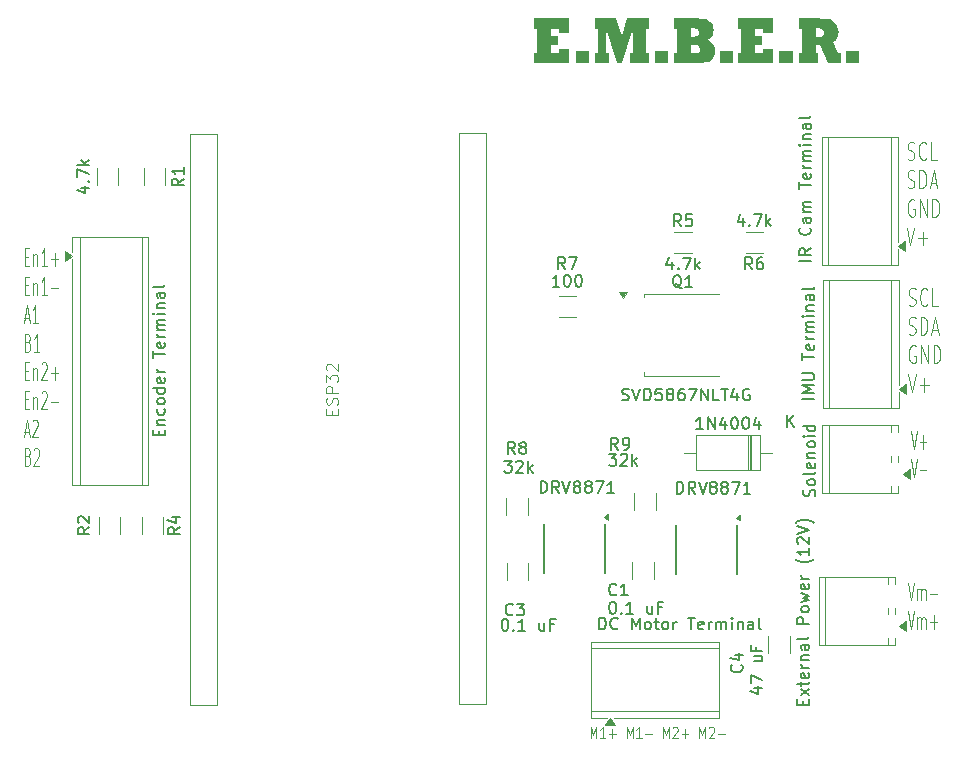
<source format=gto>
%TF.GenerationSoftware,KiCad,Pcbnew,9.0.5*%
%TF.CreationDate,2025-11-06T15:20:43-08:00*%
%TF.ProjectId,ME507-EMBER,4d453530-372d-4454-9d42-45522e6b6963,rev?*%
%TF.SameCoordinates,Original*%
%TF.FileFunction,Legend,Top*%
%TF.FilePolarity,Positive*%
%FSLAX46Y46*%
G04 Gerber Fmt 4.6, Leading zero omitted, Abs format (unit mm)*
G04 Created by KiCad (PCBNEW 9.0.5) date 2025-11-06 15:20:43*
%MOMM*%
%LPD*%
G01*
G04 APERTURE LIST*
%ADD10C,0.100000*%
%ADD11C,0.150000*%
%ADD12C,0.120000*%
G04 APERTURE END LIST*
D10*
G36*
X84056538Y-33420000D02*
G01*
X81143210Y-33420000D01*
X81143210Y-32494075D01*
X81379441Y-32494075D01*
X81379441Y-30528164D01*
X81138911Y-30528164D01*
X81138911Y-29605903D01*
X84056538Y-29605903D01*
X84056538Y-30839085D01*
X83246238Y-30839085D01*
X83246238Y-30528164D01*
X82568025Y-30528164D01*
X82568025Y-31106531D01*
X83169057Y-31106531D01*
X83169057Y-31888108D01*
X82568025Y-31888108D01*
X82568025Y-32497739D01*
X83246238Y-32497739D01*
X83246238Y-32189504D01*
X84056538Y-32189504D01*
X84056538Y-33420000D01*
G37*
G36*
X85742009Y-33420000D02*
G01*
X84638618Y-33420000D01*
X84638618Y-32403949D01*
X85742009Y-32403949D01*
X85742009Y-33420000D01*
G37*
G36*
X87455617Y-33420000D02*
G01*
X86264884Y-33420000D01*
X86264884Y-32494075D01*
X86498771Y-32494075D01*
X86498771Y-30528164D01*
X86258241Y-30528164D01*
X86258241Y-29605903D01*
X88102958Y-29605903D01*
X88546699Y-31061346D01*
X89001381Y-29605903D01*
X90835157Y-29605903D01*
X90835157Y-30528164D01*
X90596775Y-30528164D01*
X90596775Y-32494075D01*
X90841605Y-32494075D01*
X90841605Y-33420000D01*
X89242107Y-33420000D01*
X89242107Y-32494319D01*
X89484787Y-32494319D01*
X89484787Y-30421430D01*
X88577180Y-33420000D01*
X88113900Y-33420000D01*
X87215087Y-30448785D01*
X87215087Y-32494319D01*
X87455617Y-32494319D01*
X87455617Y-33420000D01*
G37*
G36*
X92460446Y-33420000D02*
G01*
X91357055Y-33420000D01*
X91357055Y-32403949D01*
X92460446Y-32403949D01*
X92460446Y-33420000D01*
G37*
G36*
X95366045Y-29628712D02*
G01*
X95697152Y-29685038D01*
X95886270Y-29760739D01*
X96039927Y-29869739D01*
X96163949Y-30011591D01*
X96258439Y-30188376D01*
X96314616Y-30381307D01*
X96333747Y-30595819D01*
X96314603Y-30804430D01*
X96260463Y-30974621D01*
X96172156Y-31115080D01*
X96055699Y-31233723D01*
X95929938Y-31322454D01*
X95793286Y-31383014D01*
X95985514Y-31477106D01*
X96142301Y-31599184D01*
X96268876Y-31748890D01*
X96367954Y-31931093D01*
X96425881Y-32123286D01*
X96445317Y-32330432D01*
X96422677Y-32577710D01*
X96356874Y-32793779D01*
X96246992Y-32985980D01*
X96103061Y-33139462D01*
X95924319Y-33256217D01*
X95703600Y-33335003D01*
X95325120Y-33395222D01*
X94712170Y-33420000D01*
X92985471Y-33420000D01*
X92985471Y-32575896D01*
X94438422Y-32575896D01*
X94696734Y-32575896D01*
X94929115Y-32551863D01*
X95058604Y-32495052D01*
X95115775Y-32431079D01*
X95151624Y-32339778D01*
X95164898Y-32211242D01*
X95153134Y-32090069D01*
X95120795Y-31998828D01*
X95068960Y-31930118D01*
X94999134Y-31886746D01*
X94880606Y-31854381D01*
X94692240Y-31841214D01*
X94438422Y-31841214D01*
X94438422Y-32575896D01*
X92985471Y-32575896D01*
X92985471Y-32494075D01*
X93250034Y-32494075D01*
X93250034Y-31137794D01*
X94438422Y-31137794D01*
X94692435Y-31137794D01*
X94868014Y-31123668D01*
X94975093Y-31089287D01*
X95035743Y-31043272D01*
X95092486Y-30936410D01*
X95112337Y-30794877D01*
X95094829Y-30669804D01*
X95041605Y-30556985D01*
X94985208Y-30507786D01*
X94867378Y-30468789D01*
X94650816Y-30451960D01*
X94438422Y-30451960D01*
X94438422Y-31137794D01*
X93250034Y-31137794D01*
X93250034Y-30528164D01*
X92985471Y-30528164D01*
X92985471Y-29605903D01*
X94849727Y-29605903D01*
X95366045Y-29628712D01*
G37*
G36*
X97969002Y-33420000D02*
G01*
X96865610Y-33420000D01*
X96865610Y-32403949D01*
X97969002Y-32403949D01*
X97969002Y-33420000D01*
G37*
G36*
X101323140Y-33420000D02*
G01*
X98409811Y-33420000D01*
X98409811Y-32494075D01*
X98646043Y-32494075D01*
X98646043Y-30528164D01*
X98405512Y-30528164D01*
X98405512Y-29605903D01*
X101323140Y-29605903D01*
X101323140Y-30839085D01*
X100512840Y-30839085D01*
X100512840Y-30528164D01*
X99834626Y-30528164D01*
X99834626Y-31106531D01*
X100435659Y-31106531D01*
X100435659Y-31888108D01*
X99834626Y-31888108D01*
X99834626Y-32497739D01*
X100512840Y-32497739D01*
X100512840Y-32189504D01*
X101323140Y-32189504D01*
X101323140Y-33420000D01*
G37*
G36*
X103008611Y-33420000D02*
G01*
X101905219Y-33420000D01*
X101905219Y-32403949D01*
X103008611Y-32403949D01*
X103008611Y-33420000D01*
G37*
G36*
X105605792Y-29615429D02*
G01*
X105931905Y-29642784D01*
X106181814Y-29690655D01*
X106385696Y-29771128D01*
X106557865Y-29894037D01*
X106703321Y-30060439D01*
X106815883Y-30267676D01*
X106883005Y-30496055D01*
X106905945Y-30752379D01*
X106892003Y-30947197D01*
X106850980Y-31126985D01*
X106782651Y-31295087D01*
X106691207Y-31437693D01*
X106585794Y-31549691D01*
X106464940Y-31633852D01*
X106879176Y-32492854D01*
X107100558Y-32492854D01*
X107100558Y-33420000D01*
X105995408Y-33420000D01*
X105333021Y-31872477D01*
X104969197Y-31872477D01*
X104969197Y-32497006D01*
X105198785Y-32497006D01*
X105198785Y-33420000D01*
X103533635Y-33420000D01*
X103533635Y-32494075D01*
X103780614Y-32494075D01*
X103780614Y-31169057D01*
X104969197Y-31169057D01*
X105094054Y-31169057D01*
X105442833Y-31149762D01*
X105531495Y-31113279D01*
X105605401Y-31041318D01*
X105653980Y-30945173D01*
X105671444Y-30811242D01*
X105654048Y-30676646D01*
X105605401Y-30578234D01*
X105530608Y-30507683D01*
X105436189Y-30471011D01*
X105315440Y-30456556D01*
X105070020Y-30450006D01*
X104969197Y-30450006D01*
X104969197Y-31169057D01*
X103780614Y-31169057D01*
X103780614Y-30528164D01*
X103533635Y-30528164D01*
X103533635Y-29605903D01*
X105192337Y-29605903D01*
X105605792Y-29615429D01*
G37*
G36*
X108604703Y-33420000D02*
G01*
X107501311Y-33420000D01*
X107501311Y-32403949D01*
X108604703Y-32403949D01*
X108604703Y-33420000D01*
G37*
D11*
X42788152Y-43928571D02*
X43454819Y-43928571D01*
X42407200Y-44166666D02*
X43121485Y-44404761D01*
X43121485Y-44404761D02*
X43121485Y-43785714D01*
X43359580Y-43404761D02*
X43407200Y-43357142D01*
X43407200Y-43357142D02*
X43454819Y-43404761D01*
X43454819Y-43404761D02*
X43407200Y-43452380D01*
X43407200Y-43452380D02*
X43359580Y-43404761D01*
X43359580Y-43404761D02*
X43454819Y-43404761D01*
X42454819Y-43023809D02*
X42454819Y-42357143D01*
X42454819Y-42357143D02*
X43454819Y-42785714D01*
X43454819Y-41976190D02*
X42454819Y-41976190D01*
X43073866Y-41880952D02*
X43454819Y-41595238D01*
X42788152Y-41595238D02*
X43169104Y-41976190D01*
D10*
X112781979Y-77376312D02*
X113048646Y-78876312D01*
X113048646Y-78876312D02*
X113315312Y-77376312D01*
X113581979Y-78876312D02*
X113581979Y-77876312D01*
X113581979Y-78019169D02*
X113620074Y-77947741D01*
X113620074Y-77947741D02*
X113696264Y-77876312D01*
X113696264Y-77876312D02*
X113810550Y-77876312D01*
X113810550Y-77876312D02*
X113886741Y-77947741D01*
X113886741Y-77947741D02*
X113924836Y-78090598D01*
X113924836Y-78090598D02*
X113924836Y-78876312D01*
X113924836Y-78090598D02*
X113962931Y-77947741D01*
X113962931Y-77947741D02*
X114039122Y-77876312D01*
X114039122Y-77876312D02*
X114153407Y-77876312D01*
X114153407Y-77876312D02*
X114229598Y-77947741D01*
X114229598Y-77947741D02*
X114267693Y-78090598D01*
X114267693Y-78090598D02*
X114267693Y-78876312D01*
X114648646Y-78304884D02*
X115258170Y-78304884D01*
X112781979Y-79791228D02*
X113048646Y-81291228D01*
X113048646Y-81291228D02*
X113315312Y-79791228D01*
X113581979Y-81291228D02*
X113581979Y-80291228D01*
X113581979Y-80434085D02*
X113620074Y-80362657D01*
X113620074Y-80362657D02*
X113696264Y-80291228D01*
X113696264Y-80291228D02*
X113810550Y-80291228D01*
X113810550Y-80291228D02*
X113886741Y-80362657D01*
X113886741Y-80362657D02*
X113924836Y-80505514D01*
X113924836Y-80505514D02*
X113924836Y-81291228D01*
X113924836Y-80505514D02*
X113962931Y-80362657D01*
X113962931Y-80362657D02*
X114039122Y-80291228D01*
X114039122Y-80291228D02*
X114153407Y-80291228D01*
X114153407Y-80291228D02*
X114229598Y-80362657D01*
X114229598Y-80362657D02*
X114267693Y-80505514D01*
X114267693Y-80505514D02*
X114267693Y-81291228D01*
X114648646Y-80719800D02*
X115258170Y-80719800D01*
X114953408Y-81291228D02*
X114953408Y-80148371D01*
X112856265Y-53895052D02*
X112999122Y-53966480D01*
X112999122Y-53966480D02*
X113237217Y-53966480D01*
X113237217Y-53966480D02*
X113332455Y-53895052D01*
X113332455Y-53895052D02*
X113380074Y-53823623D01*
X113380074Y-53823623D02*
X113427693Y-53680766D01*
X113427693Y-53680766D02*
X113427693Y-53537909D01*
X113427693Y-53537909D02*
X113380074Y-53395052D01*
X113380074Y-53395052D02*
X113332455Y-53323623D01*
X113332455Y-53323623D02*
X113237217Y-53252194D01*
X113237217Y-53252194D02*
X113046741Y-53180766D01*
X113046741Y-53180766D02*
X112951503Y-53109337D01*
X112951503Y-53109337D02*
X112903884Y-53037909D01*
X112903884Y-53037909D02*
X112856265Y-52895052D01*
X112856265Y-52895052D02*
X112856265Y-52752194D01*
X112856265Y-52752194D02*
X112903884Y-52609337D01*
X112903884Y-52609337D02*
X112951503Y-52537909D01*
X112951503Y-52537909D02*
X113046741Y-52466480D01*
X113046741Y-52466480D02*
X113284836Y-52466480D01*
X113284836Y-52466480D02*
X113427693Y-52537909D01*
X114427693Y-53823623D02*
X114380074Y-53895052D01*
X114380074Y-53895052D02*
X114237217Y-53966480D01*
X114237217Y-53966480D02*
X114141979Y-53966480D01*
X114141979Y-53966480D02*
X113999122Y-53895052D01*
X113999122Y-53895052D02*
X113903884Y-53752194D01*
X113903884Y-53752194D02*
X113856265Y-53609337D01*
X113856265Y-53609337D02*
X113808646Y-53323623D01*
X113808646Y-53323623D02*
X113808646Y-53109337D01*
X113808646Y-53109337D02*
X113856265Y-52823623D01*
X113856265Y-52823623D02*
X113903884Y-52680766D01*
X113903884Y-52680766D02*
X113999122Y-52537909D01*
X113999122Y-52537909D02*
X114141979Y-52466480D01*
X114141979Y-52466480D02*
X114237217Y-52466480D01*
X114237217Y-52466480D02*
X114380074Y-52537909D01*
X114380074Y-52537909D02*
X114427693Y-52609337D01*
X115332455Y-53966480D02*
X114856265Y-53966480D01*
X114856265Y-53966480D02*
X114856265Y-52466480D01*
X112856265Y-56309968D02*
X112999122Y-56381396D01*
X112999122Y-56381396D02*
X113237217Y-56381396D01*
X113237217Y-56381396D02*
X113332455Y-56309968D01*
X113332455Y-56309968D02*
X113380074Y-56238539D01*
X113380074Y-56238539D02*
X113427693Y-56095682D01*
X113427693Y-56095682D02*
X113427693Y-55952825D01*
X113427693Y-55952825D02*
X113380074Y-55809968D01*
X113380074Y-55809968D02*
X113332455Y-55738539D01*
X113332455Y-55738539D02*
X113237217Y-55667110D01*
X113237217Y-55667110D02*
X113046741Y-55595682D01*
X113046741Y-55595682D02*
X112951503Y-55524253D01*
X112951503Y-55524253D02*
X112903884Y-55452825D01*
X112903884Y-55452825D02*
X112856265Y-55309968D01*
X112856265Y-55309968D02*
X112856265Y-55167110D01*
X112856265Y-55167110D02*
X112903884Y-55024253D01*
X112903884Y-55024253D02*
X112951503Y-54952825D01*
X112951503Y-54952825D02*
X113046741Y-54881396D01*
X113046741Y-54881396D02*
X113284836Y-54881396D01*
X113284836Y-54881396D02*
X113427693Y-54952825D01*
X113856265Y-56381396D02*
X113856265Y-54881396D01*
X113856265Y-54881396D02*
X114094360Y-54881396D01*
X114094360Y-54881396D02*
X114237217Y-54952825D01*
X114237217Y-54952825D02*
X114332455Y-55095682D01*
X114332455Y-55095682D02*
X114380074Y-55238539D01*
X114380074Y-55238539D02*
X114427693Y-55524253D01*
X114427693Y-55524253D02*
X114427693Y-55738539D01*
X114427693Y-55738539D02*
X114380074Y-56024253D01*
X114380074Y-56024253D02*
X114332455Y-56167110D01*
X114332455Y-56167110D02*
X114237217Y-56309968D01*
X114237217Y-56309968D02*
X114094360Y-56381396D01*
X114094360Y-56381396D02*
X113856265Y-56381396D01*
X114808646Y-55952825D02*
X115284836Y-55952825D01*
X114713408Y-56381396D02*
X115046741Y-54881396D01*
X115046741Y-54881396D02*
X115380074Y-56381396D01*
X113427693Y-57367741D02*
X113332455Y-57296312D01*
X113332455Y-57296312D02*
X113189598Y-57296312D01*
X113189598Y-57296312D02*
X113046741Y-57367741D01*
X113046741Y-57367741D02*
X112951503Y-57510598D01*
X112951503Y-57510598D02*
X112903884Y-57653455D01*
X112903884Y-57653455D02*
X112856265Y-57939169D01*
X112856265Y-57939169D02*
X112856265Y-58153455D01*
X112856265Y-58153455D02*
X112903884Y-58439169D01*
X112903884Y-58439169D02*
X112951503Y-58582026D01*
X112951503Y-58582026D02*
X113046741Y-58724884D01*
X113046741Y-58724884D02*
X113189598Y-58796312D01*
X113189598Y-58796312D02*
X113284836Y-58796312D01*
X113284836Y-58796312D02*
X113427693Y-58724884D01*
X113427693Y-58724884D02*
X113475312Y-58653455D01*
X113475312Y-58653455D02*
X113475312Y-58153455D01*
X113475312Y-58153455D02*
X113284836Y-58153455D01*
X113903884Y-58796312D02*
X113903884Y-57296312D01*
X113903884Y-57296312D02*
X114475312Y-58796312D01*
X114475312Y-58796312D02*
X114475312Y-57296312D01*
X114951503Y-58796312D02*
X114951503Y-57296312D01*
X114951503Y-57296312D02*
X115189598Y-57296312D01*
X115189598Y-57296312D02*
X115332455Y-57367741D01*
X115332455Y-57367741D02*
X115427693Y-57510598D01*
X115427693Y-57510598D02*
X115475312Y-57653455D01*
X115475312Y-57653455D02*
X115522931Y-57939169D01*
X115522931Y-57939169D02*
X115522931Y-58153455D01*
X115522931Y-58153455D02*
X115475312Y-58439169D01*
X115475312Y-58439169D02*
X115427693Y-58582026D01*
X115427693Y-58582026D02*
X115332455Y-58724884D01*
X115332455Y-58724884D02*
X115189598Y-58796312D01*
X115189598Y-58796312D02*
X114951503Y-58796312D01*
X112761027Y-59711228D02*
X113094360Y-61211228D01*
X113094360Y-61211228D02*
X113427693Y-59711228D01*
X113761027Y-60639800D02*
X114522932Y-60639800D01*
X114141979Y-61211228D02*
X114141979Y-60068371D01*
X85904360Y-90562419D02*
X85904360Y-89562419D01*
X85904360Y-89562419D02*
X86154360Y-90276704D01*
X86154360Y-90276704D02*
X86404360Y-89562419D01*
X86404360Y-89562419D02*
X86404360Y-90562419D01*
X87154360Y-90562419D02*
X86725789Y-90562419D01*
X86940074Y-90562419D02*
X86940074Y-89562419D01*
X86940074Y-89562419D02*
X86868646Y-89705276D01*
X86868646Y-89705276D02*
X86797217Y-89800514D01*
X86797217Y-89800514D02*
X86725789Y-89848133D01*
X87475789Y-90181466D02*
X88047218Y-90181466D01*
X87761503Y-90562419D02*
X87761503Y-89800514D01*
X88975789Y-90562419D02*
X88975789Y-89562419D01*
X88975789Y-89562419D02*
X89225789Y-90276704D01*
X89225789Y-90276704D02*
X89475789Y-89562419D01*
X89475789Y-89562419D02*
X89475789Y-90562419D01*
X90225789Y-90562419D02*
X89797218Y-90562419D01*
X90011503Y-90562419D02*
X90011503Y-89562419D01*
X90011503Y-89562419D02*
X89940075Y-89705276D01*
X89940075Y-89705276D02*
X89868646Y-89800514D01*
X89868646Y-89800514D02*
X89797218Y-89848133D01*
X90547218Y-90181466D02*
X91118647Y-90181466D01*
X92047218Y-90562419D02*
X92047218Y-89562419D01*
X92047218Y-89562419D02*
X92297218Y-90276704D01*
X92297218Y-90276704D02*
X92547218Y-89562419D01*
X92547218Y-89562419D02*
X92547218Y-90562419D01*
X92868647Y-89657657D02*
X92904361Y-89610038D01*
X92904361Y-89610038D02*
X92975790Y-89562419D01*
X92975790Y-89562419D02*
X93154361Y-89562419D01*
X93154361Y-89562419D02*
X93225790Y-89610038D01*
X93225790Y-89610038D02*
X93261504Y-89657657D01*
X93261504Y-89657657D02*
X93297218Y-89752895D01*
X93297218Y-89752895D02*
X93297218Y-89848133D01*
X93297218Y-89848133D02*
X93261504Y-89990990D01*
X93261504Y-89990990D02*
X92832932Y-90562419D01*
X92832932Y-90562419D02*
X93297218Y-90562419D01*
X93618647Y-90181466D02*
X94190076Y-90181466D01*
X93904361Y-90562419D02*
X93904361Y-89800514D01*
X95118647Y-90562419D02*
X95118647Y-89562419D01*
X95118647Y-89562419D02*
X95368647Y-90276704D01*
X95368647Y-90276704D02*
X95618647Y-89562419D01*
X95618647Y-89562419D02*
X95618647Y-90562419D01*
X95940076Y-89657657D02*
X95975790Y-89610038D01*
X95975790Y-89610038D02*
X96047219Y-89562419D01*
X96047219Y-89562419D02*
X96225790Y-89562419D01*
X96225790Y-89562419D02*
X96297219Y-89610038D01*
X96297219Y-89610038D02*
X96332933Y-89657657D01*
X96332933Y-89657657D02*
X96368647Y-89752895D01*
X96368647Y-89752895D02*
X96368647Y-89848133D01*
X96368647Y-89848133D02*
X96332933Y-89990990D01*
X96332933Y-89990990D02*
X95904361Y-90562419D01*
X95904361Y-90562419D02*
X96368647Y-90562419D01*
X96690076Y-90181466D02*
X97261505Y-90181466D01*
X113072455Y-64526312D02*
X113305789Y-66026312D01*
X113305789Y-66026312D02*
X113539122Y-64526312D01*
X113772455Y-65454884D02*
X114305789Y-65454884D01*
X114039122Y-66026312D02*
X114039122Y-64883455D01*
X113072455Y-66941228D02*
X113305789Y-68441228D01*
X113305789Y-68441228D02*
X113539122Y-66941228D01*
X113772455Y-67869800D02*
X114305789Y-67869800D01*
X38016265Y-49791102D02*
X38282931Y-49791102D01*
X38397217Y-50576816D02*
X38016265Y-50576816D01*
X38016265Y-50576816D02*
X38016265Y-49076816D01*
X38016265Y-49076816D02*
X38397217Y-49076816D01*
X38740075Y-49576816D02*
X38740075Y-50576816D01*
X38740075Y-49719673D02*
X38778170Y-49648245D01*
X38778170Y-49648245D02*
X38854360Y-49576816D01*
X38854360Y-49576816D02*
X38968646Y-49576816D01*
X38968646Y-49576816D02*
X39044837Y-49648245D01*
X39044837Y-49648245D02*
X39082932Y-49791102D01*
X39082932Y-49791102D02*
X39082932Y-50576816D01*
X39882932Y-50576816D02*
X39425789Y-50576816D01*
X39654361Y-50576816D02*
X39654361Y-49076816D01*
X39654361Y-49076816D02*
X39578170Y-49291102D01*
X39578170Y-49291102D02*
X39501980Y-49433959D01*
X39501980Y-49433959D02*
X39425789Y-49505388D01*
X40225790Y-50005388D02*
X40835314Y-50005388D01*
X40530552Y-50576816D02*
X40530552Y-49433959D01*
X38016265Y-52206018D02*
X38282931Y-52206018D01*
X38397217Y-52991732D02*
X38016265Y-52991732D01*
X38016265Y-52991732D02*
X38016265Y-51491732D01*
X38016265Y-51491732D02*
X38397217Y-51491732D01*
X38740075Y-51991732D02*
X38740075Y-52991732D01*
X38740075Y-52134589D02*
X38778170Y-52063161D01*
X38778170Y-52063161D02*
X38854360Y-51991732D01*
X38854360Y-51991732D02*
X38968646Y-51991732D01*
X38968646Y-51991732D02*
X39044837Y-52063161D01*
X39044837Y-52063161D02*
X39082932Y-52206018D01*
X39082932Y-52206018D02*
X39082932Y-52991732D01*
X39882932Y-52991732D02*
X39425789Y-52991732D01*
X39654361Y-52991732D02*
X39654361Y-51491732D01*
X39654361Y-51491732D02*
X39578170Y-51706018D01*
X39578170Y-51706018D02*
X39501980Y-51848875D01*
X39501980Y-51848875D02*
X39425789Y-51920304D01*
X40225790Y-52420304D02*
X40835314Y-52420304D01*
X37978169Y-54978077D02*
X38359122Y-54978077D01*
X37901979Y-55406648D02*
X38168646Y-53906648D01*
X38168646Y-53906648D02*
X38435312Y-55406648D01*
X39121026Y-55406648D02*
X38663883Y-55406648D01*
X38892455Y-55406648D02*
X38892455Y-53906648D01*
X38892455Y-53906648D02*
X38816264Y-54120934D01*
X38816264Y-54120934D02*
X38740074Y-54263791D01*
X38740074Y-54263791D02*
X38663883Y-54335220D01*
X38282931Y-57035850D02*
X38397217Y-57107278D01*
X38397217Y-57107278D02*
X38435312Y-57178707D01*
X38435312Y-57178707D02*
X38473408Y-57321564D01*
X38473408Y-57321564D02*
X38473408Y-57535850D01*
X38473408Y-57535850D02*
X38435312Y-57678707D01*
X38435312Y-57678707D02*
X38397217Y-57750136D01*
X38397217Y-57750136D02*
X38321027Y-57821564D01*
X38321027Y-57821564D02*
X38016265Y-57821564D01*
X38016265Y-57821564D02*
X38016265Y-56321564D01*
X38016265Y-56321564D02*
X38282931Y-56321564D01*
X38282931Y-56321564D02*
X38359122Y-56392993D01*
X38359122Y-56392993D02*
X38397217Y-56464421D01*
X38397217Y-56464421D02*
X38435312Y-56607278D01*
X38435312Y-56607278D02*
X38435312Y-56750136D01*
X38435312Y-56750136D02*
X38397217Y-56892993D01*
X38397217Y-56892993D02*
X38359122Y-56964421D01*
X38359122Y-56964421D02*
X38282931Y-57035850D01*
X38282931Y-57035850D02*
X38016265Y-57035850D01*
X39235312Y-57821564D02*
X38778169Y-57821564D01*
X39006741Y-57821564D02*
X39006741Y-56321564D01*
X39006741Y-56321564D02*
X38930550Y-56535850D01*
X38930550Y-56535850D02*
X38854360Y-56678707D01*
X38854360Y-56678707D02*
X38778169Y-56750136D01*
X38016265Y-59450766D02*
X38282931Y-59450766D01*
X38397217Y-60236480D02*
X38016265Y-60236480D01*
X38016265Y-60236480D02*
X38016265Y-58736480D01*
X38016265Y-58736480D02*
X38397217Y-58736480D01*
X38740075Y-59236480D02*
X38740075Y-60236480D01*
X38740075Y-59379337D02*
X38778170Y-59307909D01*
X38778170Y-59307909D02*
X38854360Y-59236480D01*
X38854360Y-59236480D02*
X38968646Y-59236480D01*
X38968646Y-59236480D02*
X39044837Y-59307909D01*
X39044837Y-59307909D02*
X39082932Y-59450766D01*
X39082932Y-59450766D02*
X39082932Y-60236480D01*
X39425789Y-58879337D02*
X39463885Y-58807909D01*
X39463885Y-58807909D02*
X39540075Y-58736480D01*
X39540075Y-58736480D02*
X39730551Y-58736480D01*
X39730551Y-58736480D02*
X39806742Y-58807909D01*
X39806742Y-58807909D02*
X39844837Y-58879337D01*
X39844837Y-58879337D02*
X39882932Y-59022194D01*
X39882932Y-59022194D02*
X39882932Y-59165052D01*
X39882932Y-59165052D02*
X39844837Y-59379337D01*
X39844837Y-59379337D02*
X39387694Y-60236480D01*
X39387694Y-60236480D02*
X39882932Y-60236480D01*
X40225790Y-59665052D02*
X40835314Y-59665052D01*
X40530552Y-60236480D02*
X40530552Y-59093623D01*
X38016265Y-61865682D02*
X38282931Y-61865682D01*
X38397217Y-62651396D02*
X38016265Y-62651396D01*
X38016265Y-62651396D02*
X38016265Y-61151396D01*
X38016265Y-61151396D02*
X38397217Y-61151396D01*
X38740075Y-61651396D02*
X38740075Y-62651396D01*
X38740075Y-61794253D02*
X38778170Y-61722825D01*
X38778170Y-61722825D02*
X38854360Y-61651396D01*
X38854360Y-61651396D02*
X38968646Y-61651396D01*
X38968646Y-61651396D02*
X39044837Y-61722825D01*
X39044837Y-61722825D02*
X39082932Y-61865682D01*
X39082932Y-61865682D02*
X39082932Y-62651396D01*
X39425789Y-61294253D02*
X39463885Y-61222825D01*
X39463885Y-61222825D02*
X39540075Y-61151396D01*
X39540075Y-61151396D02*
X39730551Y-61151396D01*
X39730551Y-61151396D02*
X39806742Y-61222825D01*
X39806742Y-61222825D02*
X39844837Y-61294253D01*
X39844837Y-61294253D02*
X39882932Y-61437110D01*
X39882932Y-61437110D02*
X39882932Y-61579968D01*
X39882932Y-61579968D02*
X39844837Y-61794253D01*
X39844837Y-61794253D02*
X39387694Y-62651396D01*
X39387694Y-62651396D02*
X39882932Y-62651396D01*
X40225790Y-62079968D02*
X40835314Y-62079968D01*
X37978169Y-64637741D02*
X38359122Y-64637741D01*
X37901979Y-65066312D02*
X38168646Y-63566312D01*
X38168646Y-63566312D02*
X38435312Y-65066312D01*
X38663883Y-63709169D02*
X38701979Y-63637741D01*
X38701979Y-63637741D02*
X38778169Y-63566312D01*
X38778169Y-63566312D02*
X38968645Y-63566312D01*
X38968645Y-63566312D02*
X39044836Y-63637741D01*
X39044836Y-63637741D02*
X39082931Y-63709169D01*
X39082931Y-63709169D02*
X39121026Y-63852026D01*
X39121026Y-63852026D02*
X39121026Y-63994884D01*
X39121026Y-63994884D02*
X39082931Y-64209169D01*
X39082931Y-64209169D02*
X38625788Y-65066312D01*
X38625788Y-65066312D02*
X39121026Y-65066312D01*
X38282931Y-66695514D02*
X38397217Y-66766942D01*
X38397217Y-66766942D02*
X38435312Y-66838371D01*
X38435312Y-66838371D02*
X38473408Y-66981228D01*
X38473408Y-66981228D02*
X38473408Y-67195514D01*
X38473408Y-67195514D02*
X38435312Y-67338371D01*
X38435312Y-67338371D02*
X38397217Y-67409800D01*
X38397217Y-67409800D02*
X38321027Y-67481228D01*
X38321027Y-67481228D02*
X38016265Y-67481228D01*
X38016265Y-67481228D02*
X38016265Y-65981228D01*
X38016265Y-65981228D02*
X38282931Y-65981228D01*
X38282931Y-65981228D02*
X38359122Y-66052657D01*
X38359122Y-66052657D02*
X38397217Y-66124085D01*
X38397217Y-66124085D02*
X38435312Y-66266942D01*
X38435312Y-66266942D02*
X38435312Y-66409800D01*
X38435312Y-66409800D02*
X38397217Y-66552657D01*
X38397217Y-66552657D02*
X38359122Y-66624085D01*
X38359122Y-66624085D02*
X38282931Y-66695514D01*
X38282931Y-66695514D02*
X38016265Y-66695514D01*
X38778169Y-66124085D02*
X38816265Y-66052657D01*
X38816265Y-66052657D02*
X38892455Y-65981228D01*
X38892455Y-65981228D02*
X39082931Y-65981228D01*
X39082931Y-65981228D02*
X39159122Y-66052657D01*
X39159122Y-66052657D02*
X39197217Y-66124085D01*
X39197217Y-66124085D02*
X39235312Y-66266942D01*
X39235312Y-66266942D02*
X39235312Y-66409800D01*
X39235312Y-66409800D02*
X39197217Y-66624085D01*
X39197217Y-66624085D02*
X38740074Y-67481228D01*
X38740074Y-67481228D02*
X39235312Y-67481228D01*
X112756265Y-41495052D02*
X112899122Y-41566480D01*
X112899122Y-41566480D02*
X113137217Y-41566480D01*
X113137217Y-41566480D02*
X113232455Y-41495052D01*
X113232455Y-41495052D02*
X113280074Y-41423623D01*
X113280074Y-41423623D02*
X113327693Y-41280766D01*
X113327693Y-41280766D02*
X113327693Y-41137909D01*
X113327693Y-41137909D02*
X113280074Y-40995052D01*
X113280074Y-40995052D02*
X113232455Y-40923623D01*
X113232455Y-40923623D02*
X113137217Y-40852194D01*
X113137217Y-40852194D02*
X112946741Y-40780766D01*
X112946741Y-40780766D02*
X112851503Y-40709337D01*
X112851503Y-40709337D02*
X112803884Y-40637909D01*
X112803884Y-40637909D02*
X112756265Y-40495052D01*
X112756265Y-40495052D02*
X112756265Y-40352194D01*
X112756265Y-40352194D02*
X112803884Y-40209337D01*
X112803884Y-40209337D02*
X112851503Y-40137909D01*
X112851503Y-40137909D02*
X112946741Y-40066480D01*
X112946741Y-40066480D02*
X113184836Y-40066480D01*
X113184836Y-40066480D02*
X113327693Y-40137909D01*
X114327693Y-41423623D02*
X114280074Y-41495052D01*
X114280074Y-41495052D02*
X114137217Y-41566480D01*
X114137217Y-41566480D02*
X114041979Y-41566480D01*
X114041979Y-41566480D02*
X113899122Y-41495052D01*
X113899122Y-41495052D02*
X113803884Y-41352194D01*
X113803884Y-41352194D02*
X113756265Y-41209337D01*
X113756265Y-41209337D02*
X113708646Y-40923623D01*
X113708646Y-40923623D02*
X113708646Y-40709337D01*
X113708646Y-40709337D02*
X113756265Y-40423623D01*
X113756265Y-40423623D02*
X113803884Y-40280766D01*
X113803884Y-40280766D02*
X113899122Y-40137909D01*
X113899122Y-40137909D02*
X114041979Y-40066480D01*
X114041979Y-40066480D02*
X114137217Y-40066480D01*
X114137217Y-40066480D02*
X114280074Y-40137909D01*
X114280074Y-40137909D02*
X114327693Y-40209337D01*
X115232455Y-41566480D02*
X114756265Y-41566480D01*
X114756265Y-41566480D02*
X114756265Y-40066480D01*
X112756265Y-43909968D02*
X112899122Y-43981396D01*
X112899122Y-43981396D02*
X113137217Y-43981396D01*
X113137217Y-43981396D02*
X113232455Y-43909968D01*
X113232455Y-43909968D02*
X113280074Y-43838539D01*
X113280074Y-43838539D02*
X113327693Y-43695682D01*
X113327693Y-43695682D02*
X113327693Y-43552825D01*
X113327693Y-43552825D02*
X113280074Y-43409968D01*
X113280074Y-43409968D02*
X113232455Y-43338539D01*
X113232455Y-43338539D02*
X113137217Y-43267110D01*
X113137217Y-43267110D02*
X112946741Y-43195682D01*
X112946741Y-43195682D02*
X112851503Y-43124253D01*
X112851503Y-43124253D02*
X112803884Y-43052825D01*
X112803884Y-43052825D02*
X112756265Y-42909968D01*
X112756265Y-42909968D02*
X112756265Y-42767110D01*
X112756265Y-42767110D02*
X112803884Y-42624253D01*
X112803884Y-42624253D02*
X112851503Y-42552825D01*
X112851503Y-42552825D02*
X112946741Y-42481396D01*
X112946741Y-42481396D02*
X113184836Y-42481396D01*
X113184836Y-42481396D02*
X113327693Y-42552825D01*
X113756265Y-43981396D02*
X113756265Y-42481396D01*
X113756265Y-42481396D02*
X113994360Y-42481396D01*
X113994360Y-42481396D02*
X114137217Y-42552825D01*
X114137217Y-42552825D02*
X114232455Y-42695682D01*
X114232455Y-42695682D02*
X114280074Y-42838539D01*
X114280074Y-42838539D02*
X114327693Y-43124253D01*
X114327693Y-43124253D02*
X114327693Y-43338539D01*
X114327693Y-43338539D02*
X114280074Y-43624253D01*
X114280074Y-43624253D02*
X114232455Y-43767110D01*
X114232455Y-43767110D02*
X114137217Y-43909968D01*
X114137217Y-43909968D02*
X113994360Y-43981396D01*
X113994360Y-43981396D02*
X113756265Y-43981396D01*
X114708646Y-43552825D02*
X115184836Y-43552825D01*
X114613408Y-43981396D02*
X114946741Y-42481396D01*
X114946741Y-42481396D02*
X115280074Y-43981396D01*
X113327693Y-44967741D02*
X113232455Y-44896312D01*
X113232455Y-44896312D02*
X113089598Y-44896312D01*
X113089598Y-44896312D02*
X112946741Y-44967741D01*
X112946741Y-44967741D02*
X112851503Y-45110598D01*
X112851503Y-45110598D02*
X112803884Y-45253455D01*
X112803884Y-45253455D02*
X112756265Y-45539169D01*
X112756265Y-45539169D02*
X112756265Y-45753455D01*
X112756265Y-45753455D02*
X112803884Y-46039169D01*
X112803884Y-46039169D02*
X112851503Y-46182026D01*
X112851503Y-46182026D02*
X112946741Y-46324884D01*
X112946741Y-46324884D02*
X113089598Y-46396312D01*
X113089598Y-46396312D02*
X113184836Y-46396312D01*
X113184836Y-46396312D02*
X113327693Y-46324884D01*
X113327693Y-46324884D02*
X113375312Y-46253455D01*
X113375312Y-46253455D02*
X113375312Y-45753455D01*
X113375312Y-45753455D02*
X113184836Y-45753455D01*
X113803884Y-46396312D02*
X113803884Y-44896312D01*
X113803884Y-44896312D02*
X114375312Y-46396312D01*
X114375312Y-46396312D02*
X114375312Y-44896312D01*
X114851503Y-46396312D02*
X114851503Y-44896312D01*
X114851503Y-44896312D02*
X115089598Y-44896312D01*
X115089598Y-44896312D02*
X115232455Y-44967741D01*
X115232455Y-44967741D02*
X115327693Y-45110598D01*
X115327693Y-45110598D02*
X115375312Y-45253455D01*
X115375312Y-45253455D02*
X115422931Y-45539169D01*
X115422931Y-45539169D02*
X115422931Y-45753455D01*
X115422931Y-45753455D02*
X115375312Y-46039169D01*
X115375312Y-46039169D02*
X115327693Y-46182026D01*
X115327693Y-46182026D02*
X115232455Y-46324884D01*
X115232455Y-46324884D02*
X115089598Y-46396312D01*
X115089598Y-46396312D02*
X114851503Y-46396312D01*
X112661027Y-47311228D02*
X112994360Y-48811228D01*
X112994360Y-48811228D02*
X113327693Y-47311228D01*
X113661027Y-48239800D02*
X114422932Y-48239800D01*
X114041979Y-48811228D02*
X114041979Y-47668371D01*
D11*
X43484819Y-72696666D02*
X43008628Y-73029999D01*
X43484819Y-73268094D02*
X42484819Y-73268094D01*
X42484819Y-73268094D02*
X42484819Y-72887142D01*
X42484819Y-72887142D02*
X42532438Y-72791904D01*
X42532438Y-72791904D02*
X42580057Y-72744285D01*
X42580057Y-72744285D02*
X42675295Y-72696666D01*
X42675295Y-72696666D02*
X42818152Y-72696666D01*
X42818152Y-72696666D02*
X42913390Y-72744285D01*
X42913390Y-72744285D02*
X42961009Y-72791904D01*
X42961009Y-72791904D02*
X43008628Y-72887142D01*
X43008628Y-72887142D02*
X43008628Y-73268094D01*
X42580057Y-72315713D02*
X42532438Y-72268094D01*
X42532438Y-72268094D02*
X42484819Y-72172856D01*
X42484819Y-72172856D02*
X42484819Y-71934761D01*
X42484819Y-71934761D02*
X42532438Y-71839523D01*
X42532438Y-71839523D02*
X42580057Y-71791904D01*
X42580057Y-71791904D02*
X42675295Y-71744285D01*
X42675295Y-71744285D02*
X42770533Y-71744285D01*
X42770533Y-71744285D02*
X42913390Y-71791904D01*
X42913390Y-71791904D02*
X43484819Y-72363332D01*
X43484819Y-72363332D02*
X43484819Y-71744285D01*
X88093333Y-78359580D02*
X88045714Y-78407200D01*
X88045714Y-78407200D02*
X87902857Y-78454819D01*
X87902857Y-78454819D02*
X87807619Y-78454819D01*
X87807619Y-78454819D02*
X87664762Y-78407200D01*
X87664762Y-78407200D02*
X87569524Y-78311961D01*
X87569524Y-78311961D02*
X87521905Y-78216723D01*
X87521905Y-78216723D02*
X87474286Y-78026247D01*
X87474286Y-78026247D02*
X87474286Y-77883390D01*
X87474286Y-77883390D02*
X87521905Y-77692914D01*
X87521905Y-77692914D02*
X87569524Y-77597676D01*
X87569524Y-77597676D02*
X87664762Y-77502438D01*
X87664762Y-77502438D02*
X87807619Y-77454819D01*
X87807619Y-77454819D02*
X87902857Y-77454819D01*
X87902857Y-77454819D02*
X88045714Y-77502438D01*
X88045714Y-77502438D02*
X88093333Y-77550057D01*
X89045714Y-78454819D02*
X88474286Y-78454819D01*
X88760000Y-78454819D02*
X88760000Y-77454819D01*
X88760000Y-77454819D02*
X88664762Y-77597676D01*
X88664762Y-77597676D02*
X88569524Y-77692914D01*
X88569524Y-77692914D02*
X88474286Y-77740533D01*
X87736190Y-79004819D02*
X87831428Y-79004819D01*
X87831428Y-79004819D02*
X87926666Y-79052438D01*
X87926666Y-79052438D02*
X87974285Y-79100057D01*
X87974285Y-79100057D02*
X88021904Y-79195295D01*
X88021904Y-79195295D02*
X88069523Y-79385771D01*
X88069523Y-79385771D02*
X88069523Y-79623866D01*
X88069523Y-79623866D02*
X88021904Y-79814342D01*
X88021904Y-79814342D02*
X87974285Y-79909580D01*
X87974285Y-79909580D02*
X87926666Y-79957200D01*
X87926666Y-79957200D02*
X87831428Y-80004819D01*
X87831428Y-80004819D02*
X87736190Y-80004819D01*
X87736190Y-80004819D02*
X87640952Y-79957200D01*
X87640952Y-79957200D02*
X87593333Y-79909580D01*
X87593333Y-79909580D02*
X87545714Y-79814342D01*
X87545714Y-79814342D02*
X87498095Y-79623866D01*
X87498095Y-79623866D02*
X87498095Y-79385771D01*
X87498095Y-79385771D02*
X87545714Y-79195295D01*
X87545714Y-79195295D02*
X87593333Y-79100057D01*
X87593333Y-79100057D02*
X87640952Y-79052438D01*
X87640952Y-79052438D02*
X87736190Y-79004819D01*
X88498095Y-79909580D02*
X88545714Y-79957200D01*
X88545714Y-79957200D02*
X88498095Y-80004819D01*
X88498095Y-80004819D02*
X88450476Y-79957200D01*
X88450476Y-79957200D02*
X88498095Y-79909580D01*
X88498095Y-79909580D02*
X88498095Y-80004819D01*
X89498094Y-80004819D02*
X88926666Y-80004819D01*
X89212380Y-80004819D02*
X89212380Y-79004819D01*
X89212380Y-79004819D02*
X89117142Y-79147676D01*
X89117142Y-79147676D02*
X89021904Y-79242914D01*
X89021904Y-79242914D02*
X88926666Y-79290533D01*
X91117142Y-79338152D02*
X91117142Y-80004819D01*
X90688571Y-79338152D02*
X90688571Y-79861961D01*
X90688571Y-79861961D02*
X90736190Y-79957200D01*
X90736190Y-79957200D02*
X90831428Y-80004819D01*
X90831428Y-80004819D02*
X90974285Y-80004819D01*
X90974285Y-80004819D02*
X91069523Y-79957200D01*
X91069523Y-79957200D02*
X91117142Y-79909580D01*
X91926666Y-79481009D02*
X91593333Y-79481009D01*
X91593333Y-80004819D02*
X91593333Y-79004819D01*
X91593333Y-79004819D02*
X92069523Y-79004819D01*
X79503333Y-66464819D02*
X79170000Y-65988628D01*
X78931905Y-66464819D02*
X78931905Y-65464819D01*
X78931905Y-65464819D02*
X79312857Y-65464819D01*
X79312857Y-65464819D02*
X79408095Y-65512438D01*
X79408095Y-65512438D02*
X79455714Y-65560057D01*
X79455714Y-65560057D02*
X79503333Y-65655295D01*
X79503333Y-65655295D02*
X79503333Y-65798152D01*
X79503333Y-65798152D02*
X79455714Y-65893390D01*
X79455714Y-65893390D02*
X79408095Y-65941009D01*
X79408095Y-65941009D02*
X79312857Y-65988628D01*
X79312857Y-65988628D02*
X78931905Y-65988628D01*
X80074762Y-65893390D02*
X79979524Y-65845771D01*
X79979524Y-65845771D02*
X79931905Y-65798152D01*
X79931905Y-65798152D02*
X79884286Y-65702914D01*
X79884286Y-65702914D02*
X79884286Y-65655295D01*
X79884286Y-65655295D02*
X79931905Y-65560057D01*
X79931905Y-65560057D02*
X79979524Y-65512438D01*
X79979524Y-65512438D02*
X80074762Y-65464819D01*
X80074762Y-65464819D02*
X80265238Y-65464819D01*
X80265238Y-65464819D02*
X80360476Y-65512438D01*
X80360476Y-65512438D02*
X80408095Y-65560057D01*
X80408095Y-65560057D02*
X80455714Y-65655295D01*
X80455714Y-65655295D02*
X80455714Y-65702914D01*
X80455714Y-65702914D02*
X80408095Y-65798152D01*
X80408095Y-65798152D02*
X80360476Y-65845771D01*
X80360476Y-65845771D02*
X80265238Y-65893390D01*
X80265238Y-65893390D02*
X80074762Y-65893390D01*
X80074762Y-65893390D02*
X79979524Y-65941009D01*
X79979524Y-65941009D02*
X79931905Y-65988628D01*
X79931905Y-65988628D02*
X79884286Y-66083866D01*
X79884286Y-66083866D02*
X79884286Y-66274342D01*
X79884286Y-66274342D02*
X79931905Y-66369580D01*
X79931905Y-66369580D02*
X79979524Y-66417200D01*
X79979524Y-66417200D02*
X80074762Y-66464819D01*
X80074762Y-66464819D02*
X80265238Y-66464819D01*
X80265238Y-66464819D02*
X80360476Y-66417200D01*
X80360476Y-66417200D02*
X80408095Y-66369580D01*
X80408095Y-66369580D02*
X80455714Y-66274342D01*
X80455714Y-66274342D02*
X80455714Y-66083866D01*
X80455714Y-66083866D02*
X80408095Y-65988628D01*
X80408095Y-65988628D02*
X80360476Y-65941009D01*
X80360476Y-65941009D02*
X80265238Y-65893390D01*
X78615714Y-67054819D02*
X79234761Y-67054819D01*
X79234761Y-67054819D02*
X78901428Y-67435771D01*
X78901428Y-67435771D02*
X79044285Y-67435771D01*
X79044285Y-67435771D02*
X79139523Y-67483390D01*
X79139523Y-67483390D02*
X79187142Y-67531009D01*
X79187142Y-67531009D02*
X79234761Y-67626247D01*
X79234761Y-67626247D02*
X79234761Y-67864342D01*
X79234761Y-67864342D02*
X79187142Y-67959580D01*
X79187142Y-67959580D02*
X79139523Y-68007200D01*
X79139523Y-68007200D02*
X79044285Y-68054819D01*
X79044285Y-68054819D02*
X78758571Y-68054819D01*
X78758571Y-68054819D02*
X78663333Y-68007200D01*
X78663333Y-68007200D02*
X78615714Y-67959580D01*
X79615714Y-67150057D02*
X79663333Y-67102438D01*
X79663333Y-67102438D02*
X79758571Y-67054819D01*
X79758571Y-67054819D02*
X79996666Y-67054819D01*
X79996666Y-67054819D02*
X80091904Y-67102438D01*
X80091904Y-67102438D02*
X80139523Y-67150057D01*
X80139523Y-67150057D02*
X80187142Y-67245295D01*
X80187142Y-67245295D02*
X80187142Y-67340533D01*
X80187142Y-67340533D02*
X80139523Y-67483390D01*
X80139523Y-67483390D02*
X79568095Y-68054819D01*
X79568095Y-68054819D02*
X80187142Y-68054819D01*
X80615714Y-68054819D02*
X80615714Y-67054819D01*
X80710952Y-67673866D02*
X80996666Y-68054819D01*
X80996666Y-67388152D02*
X80615714Y-67769104D01*
X104564819Y-50131428D02*
X103564819Y-50131428D01*
X104564819Y-49083810D02*
X104088628Y-49417143D01*
X104564819Y-49655238D02*
X103564819Y-49655238D01*
X103564819Y-49655238D02*
X103564819Y-49274286D01*
X103564819Y-49274286D02*
X103612438Y-49179048D01*
X103612438Y-49179048D02*
X103660057Y-49131429D01*
X103660057Y-49131429D02*
X103755295Y-49083810D01*
X103755295Y-49083810D02*
X103898152Y-49083810D01*
X103898152Y-49083810D02*
X103993390Y-49131429D01*
X103993390Y-49131429D02*
X104041009Y-49179048D01*
X104041009Y-49179048D02*
X104088628Y-49274286D01*
X104088628Y-49274286D02*
X104088628Y-49655238D01*
X104469580Y-47321905D02*
X104517200Y-47369524D01*
X104517200Y-47369524D02*
X104564819Y-47512381D01*
X104564819Y-47512381D02*
X104564819Y-47607619D01*
X104564819Y-47607619D02*
X104517200Y-47750476D01*
X104517200Y-47750476D02*
X104421961Y-47845714D01*
X104421961Y-47845714D02*
X104326723Y-47893333D01*
X104326723Y-47893333D02*
X104136247Y-47940952D01*
X104136247Y-47940952D02*
X103993390Y-47940952D01*
X103993390Y-47940952D02*
X103802914Y-47893333D01*
X103802914Y-47893333D02*
X103707676Y-47845714D01*
X103707676Y-47845714D02*
X103612438Y-47750476D01*
X103612438Y-47750476D02*
X103564819Y-47607619D01*
X103564819Y-47607619D02*
X103564819Y-47512381D01*
X103564819Y-47512381D02*
X103612438Y-47369524D01*
X103612438Y-47369524D02*
X103660057Y-47321905D01*
X104564819Y-46464762D02*
X104041009Y-46464762D01*
X104041009Y-46464762D02*
X103945771Y-46512381D01*
X103945771Y-46512381D02*
X103898152Y-46607619D01*
X103898152Y-46607619D02*
X103898152Y-46798095D01*
X103898152Y-46798095D02*
X103945771Y-46893333D01*
X104517200Y-46464762D02*
X104564819Y-46560000D01*
X104564819Y-46560000D02*
X104564819Y-46798095D01*
X104564819Y-46798095D02*
X104517200Y-46893333D01*
X104517200Y-46893333D02*
X104421961Y-46940952D01*
X104421961Y-46940952D02*
X104326723Y-46940952D01*
X104326723Y-46940952D02*
X104231485Y-46893333D01*
X104231485Y-46893333D02*
X104183866Y-46798095D01*
X104183866Y-46798095D02*
X104183866Y-46560000D01*
X104183866Y-46560000D02*
X104136247Y-46464762D01*
X104564819Y-45988571D02*
X103898152Y-45988571D01*
X103993390Y-45988571D02*
X103945771Y-45940952D01*
X103945771Y-45940952D02*
X103898152Y-45845714D01*
X103898152Y-45845714D02*
X103898152Y-45702857D01*
X103898152Y-45702857D02*
X103945771Y-45607619D01*
X103945771Y-45607619D02*
X104041009Y-45560000D01*
X104041009Y-45560000D02*
X104564819Y-45560000D01*
X104041009Y-45560000D02*
X103945771Y-45512381D01*
X103945771Y-45512381D02*
X103898152Y-45417143D01*
X103898152Y-45417143D02*
X103898152Y-45274286D01*
X103898152Y-45274286D02*
X103945771Y-45179047D01*
X103945771Y-45179047D02*
X104041009Y-45131428D01*
X104041009Y-45131428D02*
X104564819Y-45131428D01*
X103564819Y-44036190D02*
X103564819Y-43464762D01*
X104564819Y-43750476D02*
X103564819Y-43750476D01*
X104517200Y-42750476D02*
X104564819Y-42845714D01*
X104564819Y-42845714D02*
X104564819Y-43036190D01*
X104564819Y-43036190D02*
X104517200Y-43131428D01*
X104517200Y-43131428D02*
X104421961Y-43179047D01*
X104421961Y-43179047D02*
X104041009Y-43179047D01*
X104041009Y-43179047D02*
X103945771Y-43131428D01*
X103945771Y-43131428D02*
X103898152Y-43036190D01*
X103898152Y-43036190D02*
X103898152Y-42845714D01*
X103898152Y-42845714D02*
X103945771Y-42750476D01*
X103945771Y-42750476D02*
X104041009Y-42702857D01*
X104041009Y-42702857D02*
X104136247Y-42702857D01*
X104136247Y-42702857D02*
X104231485Y-43179047D01*
X104564819Y-42274285D02*
X103898152Y-42274285D01*
X104088628Y-42274285D02*
X103993390Y-42226666D01*
X103993390Y-42226666D02*
X103945771Y-42179047D01*
X103945771Y-42179047D02*
X103898152Y-42083809D01*
X103898152Y-42083809D02*
X103898152Y-41988571D01*
X104564819Y-41655237D02*
X103898152Y-41655237D01*
X103993390Y-41655237D02*
X103945771Y-41607618D01*
X103945771Y-41607618D02*
X103898152Y-41512380D01*
X103898152Y-41512380D02*
X103898152Y-41369523D01*
X103898152Y-41369523D02*
X103945771Y-41274285D01*
X103945771Y-41274285D02*
X104041009Y-41226666D01*
X104041009Y-41226666D02*
X104564819Y-41226666D01*
X104041009Y-41226666D02*
X103945771Y-41179047D01*
X103945771Y-41179047D02*
X103898152Y-41083809D01*
X103898152Y-41083809D02*
X103898152Y-40940952D01*
X103898152Y-40940952D02*
X103945771Y-40845713D01*
X103945771Y-40845713D02*
X104041009Y-40798094D01*
X104041009Y-40798094D02*
X104564819Y-40798094D01*
X104564819Y-40321904D02*
X103898152Y-40321904D01*
X103564819Y-40321904D02*
X103612438Y-40369523D01*
X103612438Y-40369523D02*
X103660057Y-40321904D01*
X103660057Y-40321904D02*
X103612438Y-40274285D01*
X103612438Y-40274285D02*
X103564819Y-40321904D01*
X103564819Y-40321904D02*
X103660057Y-40321904D01*
X103898152Y-39845714D02*
X104564819Y-39845714D01*
X103993390Y-39845714D02*
X103945771Y-39798095D01*
X103945771Y-39798095D02*
X103898152Y-39702857D01*
X103898152Y-39702857D02*
X103898152Y-39560000D01*
X103898152Y-39560000D02*
X103945771Y-39464762D01*
X103945771Y-39464762D02*
X104041009Y-39417143D01*
X104041009Y-39417143D02*
X104564819Y-39417143D01*
X104564819Y-38512381D02*
X104041009Y-38512381D01*
X104041009Y-38512381D02*
X103945771Y-38560000D01*
X103945771Y-38560000D02*
X103898152Y-38655238D01*
X103898152Y-38655238D02*
X103898152Y-38845714D01*
X103898152Y-38845714D02*
X103945771Y-38940952D01*
X104517200Y-38512381D02*
X104564819Y-38607619D01*
X104564819Y-38607619D02*
X104564819Y-38845714D01*
X104564819Y-38845714D02*
X104517200Y-38940952D01*
X104517200Y-38940952D02*
X104421961Y-38988571D01*
X104421961Y-38988571D02*
X104326723Y-38988571D01*
X104326723Y-38988571D02*
X104231485Y-38940952D01*
X104231485Y-38940952D02*
X104183866Y-38845714D01*
X104183866Y-38845714D02*
X104183866Y-38607619D01*
X104183866Y-38607619D02*
X104136247Y-38512381D01*
X104564819Y-37893333D02*
X104517200Y-37988571D01*
X104517200Y-37988571D02*
X104421961Y-38036190D01*
X104421961Y-38036190D02*
X103564819Y-38036190D01*
X79333333Y-80059580D02*
X79285714Y-80107200D01*
X79285714Y-80107200D02*
X79142857Y-80154819D01*
X79142857Y-80154819D02*
X79047619Y-80154819D01*
X79047619Y-80154819D02*
X78904762Y-80107200D01*
X78904762Y-80107200D02*
X78809524Y-80011961D01*
X78809524Y-80011961D02*
X78761905Y-79916723D01*
X78761905Y-79916723D02*
X78714286Y-79726247D01*
X78714286Y-79726247D02*
X78714286Y-79583390D01*
X78714286Y-79583390D02*
X78761905Y-79392914D01*
X78761905Y-79392914D02*
X78809524Y-79297676D01*
X78809524Y-79297676D02*
X78904762Y-79202438D01*
X78904762Y-79202438D02*
X79047619Y-79154819D01*
X79047619Y-79154819D02*
X79142857Y-79154819D01*
X79142857Y-79154819D02*
X79285714Y-79202438D01*
X79285714Y-79202438D02*
X79333333Y-79250057D01*
X79666667Y-79154819D02*
X80285714Y-79154819D01*
X80285714Y-79154819D02*
X79952381Y-79535771D01*
X79952381Y-79535771D02*
X80095238Y-79535771D01*
X80095238Y-79535771D02*
X80190476Y-79583390D01*
X80190476Y-79583390D02*
X80238095Y-79631009D01*
X80238095Y-79631009D02*
X80285714Y-79726247D01*
X80285714Y-79726247D02*
X80285714Y-79964342D01*
X80285714Y-79964342D02*
X80238095Y-80059580D01*
X80238095Y-80059580D02*
X80190476Y-80107200D01*
X80190476Y-80107200D02*
X80095238Y-80154819D01*
X80095238Y-80154819D02*
X79809524Y-80154819D01*
X79809524Y-80154819D02*
X79714286Y-80107200D01*
X79714286Y-80107200D02*
X79666667Y-80059580D01*
X78616190Y-80444819D02*
X78711428Y-80444819D01*
X78711428Y-80444819D02*
X78806666Y-80492438D01*
X78806666Y-80492438D02*
X78854285Y-80540057D01*
X78854285Y-80540057D02*
X78901904Y-80635295D01*
X78901904Y-80635295D02*
X78949523Y-80825771D01*
X78949523Y-80825771D02*
X78949523Y-81063866D01*
X78949523Y-81063866D02*
X78901904Y-81254342D01*
X78901904Y-81254342D02*
X78854285Y-81349580D01*
X78854285Y-81349580D02*
X78806666Y-81397200D01*
X78806666Y-81397200D02*
X78711428Y-81444819D01*
X78711428Y-81444819D02*
X78616190Y-81444819D01*
X78616190Y-81444819D02*
X78520952Y-81397200D01*
X78520952Y-81397200D02*
X78473333Y-81349580D01*
X78473333Y-81349580D02*
X78425714Y-81254342D01*
X78425714Y-81254342D02*
X78378095Y-81063866D01*
X78378095Y-81063866D02*
X78378095Y-80825771D01*
X78378095Y-80825771D02*
X78425714Y-80635295D01*
X78425714Y-80635295D02*
X78473333Y-80540057D01*
X78473333Y-80540057D02*
X78520952Y-80492438D01*
X78520952Y-80492438D02*
X78616190Y-80444819D01*
X79378095Y-81349580D02*
X79425714Y-81397200D01*
X79425714Y-81397200D02*
X79378095Y-81444819D01*
X79378095Y-81444819D02*
X79330476Y-81397200D01*
X79330476Y-81397200D02*
X79378095Y-81349580D01*
X79378095Y-81349580D02*
X79378095Y-81444819D01*
X80378094Y-81444819D02*
X79806666Y-81444819D01*
X80092380Y-81444819D02*
X80092380Y-80444819D01*
X80092380Y-80444819D02*
X79997142Y-80587676D01*
X79997142Y-80587676D02*
X79901904Y-80682914D01*
X79901904Y-80682914D02*
X79806666Y-80730533D01*
X81997142Y-80778152D02*
X81997142Y-81444819D01*
X81568571Y-80778152D02*
X81568571Y-81301961D01*
X81568571Y-81301961D02*
X81616190Y-81397200D01*
X81616190Y-81397200D02*
X81711428Y-81444819D01*
X81711428Y-81444819D02*
X81854285Y-81444819D01*
X81854285Y-81444819D02*
X81949523Y-81397200D01*
X81949523Y-81397200D02*
X81997142Y-81349580D01*
X82806666Y-80921009D02*
X82473333Y-80921009D01*
X82473333Y-81444819D02*
X82473333Y-80444819D01*
X82473333Y-80444819D02*
X82949523Y-80444819D01*
X51124819Y-72696666D02*
X50648628Y-73029999D01*
X51124819Y-73268094D02*
X50124819Y-73268094D01*
X50124819Y-73268094D02*
X50124819Y-72887142D01*
X50124819Y-72887142D02*
X50172438Y-72791904D01*
X50172438Y-72791904D02*
X50220057Y-72744285D01*
X50220057Y-72744285D02*
X50315295Y-72696666D01*
X50315295Y-72696666D02*
X50458152Y-72696666D01*
X50458152Y-72696666D02*
X50553390Y-72744285D01*
X50553390Y-72744285D02*
X50601009Y-72791904D01*
X50601009Y-72791904D02*
X50648628Y-72887142D01*
X50648628Y-72887142D02*
X50648628Y-73268094D01*
X50458152Y-71839523D02*
X51124819Y-71839523D01*
X50077200Y-72077618D02*
X50791485Y-72315713D01*
X50791485Y-72315713D02*
X50791485Y-71696666D01*
X88233333Y-66114819D02*
X87900000Y-65638628D01*
X87661905Y-66114819D02*
X87661905Y-65114819D01*
X87661905Y-65114819D02*
X88042857Y-65114819D01*
X88042857Y-65114819D02*
X88138095Y-65162438D01*
X88138095Y-65162438D02*
X88185714Y-65210057D01*
X88185714Y-65210057D02*
X88233333Y-65305295D01*
X88233333Y-65305295D02*
X88233333Y-65448152D01*
X88233333Y-65448152D02*
X88185714Y-65543390D01*
X88185714Y-65543390D02*
X88138095Y-65591009D01*
X88138095Y-65591009D02*
X88042857Y-65638628D01*
X88042857Y-65638628D02*
X87661905Y-65638628D01*
X88709524Y-66114819D02*
X88900000Y-66114819D01*
X88900000Y-66114819D02*
X88995238Y-66067200D01*
X88995238Y-66067200D02*
X89042857Y-66019580D01*
X89042857Y-66019580D02*
X89138095Y-65876723D01*
X89138095Y-65876723D02*
X89185714Y-65686247D01*
X89185714Y-65686247D02*
X89185714Y-65305295D01*
X89185714Y-65305295D02*
X89138095Y-65210057D01*
X89138095Y-65210057D02*
X89090476Y-65162438D01*
X89090476Y-65162438D02*
X88995238Y-65114819D01*
X88995238Y-65114819D02*
X88804762Y-65114819D01*
X88804762Y-65114819D02*
X88709524Y-65162438D01*
X88709524Y-65162438D02*
X88661905Y-65210057D01*
X88661905Y-65210057D02*
X88614286Y-65305295D01*
X88614286Y-65305295D02*
X88614286Y-65543390D01*
X88614286Y-65543390D02*
X88661905Y-65638628D01*
X88661905Y-65638628D02*
X88709524Y-65686247D01*
X88709524Y-65686247D02*
X88804762Y-65733866D01*
X88804762Y-65733866D02*
X88995238Y-65733866D01*
X88995238Y-65733866D02*
X89090476Y-65686247D01*
X89090476Y-65686247D02*
X89138095Y-65638628D01*
X89138095Y-65638628D02*
X89185714Y-65543390D01*
X87455714Y-66474819D02*
X88074761Y-66474819D01*
X88074761Y-66474819D02*
X87741428Y-66855771D01*
X87741428Y-66855771D02*
X87884285Y-66855771D01*
X87884285Y-66855771D02*
X87979523Y-66903390D01*
X87979523Y-66903390D02*
X88027142Y-66951009D01*
X88027142Y-66951009D02*
X88074761Y-67046247D01*
X88074761Y-67046247D02*
X88074761Y-67284342D01*
X88074761Y-67284342D02*
X88027142Y-67379580D01*
X88027142Y-67379580D02*
X87979523Y-67427200D01*
X87979523Y-67427200D02*
X87884285Y-67474819D01*
X87884285Y-67474819D02*
X87598571Y-67474819D01*
X87598571Y-67474819D02*
X87503333Y-67427200D01*
X87503333Y-67427200D02*
X87455714Y-67379580D01*
X88455714Y-66570057D02*
X88503333Y-66522438D01*
X88503333Y-66522438D02*
X88598571Y-66474819D01*
X88598571Y-66474819D02*
X88836666Y-66474819D01*
X88836666Y-66474819D02*
X88931904Y-66522438D01*
X88931904Y-66522438D02*
X88979523Y-66570057D01*
X88979523Y-66570057D02*
X89027142Y-66665295D01*
X89027142Y-66665295D02*
X89027142Y-66760533D01*
X89027142Y-66760533D02*
X88979523Y-66903390D01*
X88979523Y-66903390D02*
X88408095Y-67474819D01*
X88408095Y-67474819D02*
X89027142Y-67474819D01*
X89455714Y-67474819D02*
X89455714Y-66474819D01*
X89550952Y-67093866D02*
X89836666Y-67474819D01*
X89836666Y-66808152D02*
X89455714Y-67189104D01*
D10*
X63983609Y-63161139D02*
X63983609Y-62827806D01*
X64507419Y-62684949D02*
X64507419Y-63161139D01*
X64507419Y-63161139D02*
X63507419Y-63161139D01*
X63507419Y-63161139D02*
X63507419Y-62684949D01*
X64459800Y-62303996D02*
X64507419Y-62161139D01*
X64507419Y-62161139D02*
X64507419Y-61923044D01*
X64507419Y-61923044D02*
X64459800Y-61827806D01*
X64459800Y-61827806D02*
X64412180Y-61780187D01*
X64412180Y-61780187D02*
X64316942Y-61732568D01*
X64316942Y-61732568D02*
X64221704Y-61732568D01*
X64221704Y-61732568D02*
X64126466Y-61780187D01*
X64126466Y-61780187D02*
X64078847Y-61827806D01*
X64078847Y-61827806D02*
X64031228Y-61923044D01*
X64031228Y-61923044D02*
X63983609Y-62113520D01*
X63983609Y-62113520D02*
X63935990Y-62208758D01*
X63935990Y-62208758D02*
X63888371Y-62256377D01*
X63888371Y-62256377D02*
X63793133Y-62303996D01*
X63793133Y-62303996D02*
X63697895Y-62303996D01*
X63697895Y-62303996D02*
X63602657Y-62256377D01*
X63602657Y-62256377D02*
X63555038Y-62208758D01*
X63555038Y-62208758D02*
X63507419Y-62113520D01*
X63507419Y-62113520D02*
X63507419Y-61875425D01*
X63507419Y-61875425D02*
X63555038Y-61732568D01*
X64507419Y-61303996D02*
X63507419Y-61303996D01*
X63507419Y-61303996D02*
X63507419Y-60923044D01*
X63507419Y-60923044D02*
X63555038Y-60827806D01*
X63555038Y-60827806D02*
X63602657Y-60780187D01*
X63602657Y-60780187D02*
X63697895Y-60732568D01*
X63697895Y-60732568D02*
X63840752Y-60732568D01*
X63840752Y-60732568D02*
X63935990Y-60780187D01*
X63935990Y-60780187D02*
X63983609Y-60827806D01*
X63983609Y-60827806D02*
X64031228Y-60923044D01*
X64031228Y-60923044D02*
X64031228Y-61303996D01*
X63507419Y-60399234D02*
X63507419Y-59780187D01*
X63507419Y-59780187D02*
X63888371Y-60113520D01*
X63888371Y-60113520D02*
X63888371Y-59970663D01*
X63888371Y-59970663D02*
X63935990Y-59875425D01*
X63935990Y-59875425D02*
X63983609Y-59827806D01*
X63983609Y-59827806D02*
X64078847Y-59780187D01*
X64078847Y-59780187D02*
X64316942Y-59780187D01*
X64316942Y-59780187D02*
X64412180Y-59827806D01*
X64412180Y-59827806D02*
X64459800Y-59875425D01*
X64459800Y-59875425D02*
X64507419Y-59970663D01*
X64507419Y-59970663D02*
X64507419Y-60256377D01*
X64507419Y-60256377D02*
X64459800Y-60351615D01*
X64459800Y-60351615D02*
X64412180Y-60399234D01*
X63602657Y-59399234D02*
X63555038Y-59351615D01*
X63555038Y-59351615D02*
X63507419Y-59256377D01*
X63507419Y-59256377D02*
X63507419Y-59018282D01*
X63507419Y-59018282D02*
X63555038Y-58923044D01*
X63555038Y-58923044D02*
X63602657Y-58875425D01*
X63602657Y-58875425D02*
X63697895Y-58827806D01*
X63697895Y-58827806D02*
X63793133Y-58827806D01*
X63793133Y-58827806D02*
X63935990Y-58875425D01*
X63935990Y-58875425D02*
X64507419Y-59446853D01*
X64507419Y-59446853D02*
X64507419Y-58827806D01*
D11*
X93204762Y-69834819D02*
X93204762Y-68834819D01*
X93204762Y-68834819D02*
X93442857Y-68834819D01*
X93442857Y-68834819D02*
X93585714Y-68882438D01*
X93585714Y-68882438D02*
X93680952Y-68977676D01*
X93680952Y-68977676D02*
X93728571Y-69072914D01*
X93728571Y-69072914D02*
X93776190Y-69263390D01*
X93776190Y-69263390D02*
X93776190Y-69406247D01*
X93776190Y-69406247D02*
X93728571Y-69596723D01*
X93728571Y-69596723D02*
X93680952Y-69691961D01*
X93680952Y-69691961D02*
X93585714Y-69787200D01*
X93585714Y-69787200D02*
X93442857Y-69834819D01*
X93442857Y-69834819D02*
X93204762Y-69834819D01*
X94776190Y-69834819D02*
X94442857Y-69358628D01*
X94204762Y-69834819D02*
X94204762Y-68834819D01*
X94204762Y-68834819D02*
X94585714Y-68834819D01*
X94585714Y-68834819D02*
X94680952Y-68882438D01*
X94680952Y-68882438D02*
X94728571Y-68930057D01*
X94728571Y-68930057D02*
X94776190Y-69025295D01*
X94776190Y-69025295D02*
X94776190Y-69168152D01*
X94776190Y-69168152D02*
X94728571Y-69263390D01*
X94728571Y-69263390D02*
X94680952Y-69311009D01*
X94680952Y-69311009D02*
X94585714Y-69358628D01*
X94585714Y-69358628D02*
X94204762Y-69358628D01*
X95061905Y-68834819D02*
X95395238Y-69834819D01*
X95395238Y-69834819D02*
X95728571Y-68834819D01*
X96204762Y-69263390D02*
X96109524Y-69215771D01*
X96109524Y-69215771D02*
X96061905Y-69168152D01*
X96061905Y-69168152D02*
X96014286Y-69072914D01*
X96014286Y-69072914D02*
X96014286Y-69025295D01*
X96014286Y-69025295D02*
X96061905Y-68930057D01*
X96061905Y-68930057D02*
X96109524Y-68882438D01*
X96109524Y-68882438D02*
X96204762Y-68834819D01*
X96204762Y-68834819D02*
X96395238Y-68834819D01*
X96395238Y-68834819D02*
X96490476Y-68882438D01*
X96490476Y-68882438D02*
X96538095Y-68930057D01*
X96538095Y-68930057D02*
X96585714Y-69025295D01*
X96585714Y-69025295D02*
X96585714Y-69072914D01*
X96585714Y-69072914D02*
X96538095Y-69168152D01*
X96538095Y-69168152D02*
X96490476Y-69215771D01*
X96490476Y-69215771D02*
X96395238Y-69263390D01*
X96395238Y-69263390D02*
X96204762Y-69263390D01*
X96204762Y-69263390D02*
X96109524Y-69311009D01*
X96109524Y-69311009D02*
X96061905Y-69358628D01*
X96061905Y-69358628D02*
X96014286Y-69453866D01*
X96014286Y-69453866D02*
X96014286Y-69644342D01*
X96014286Y-69644342D02*
X96061905Y-69739580D01*
X96061905Y-69739580D02*
X96109524Y-69787200D01*
X96109524Y-69787200D02*
X96204762Y-69834819D01*
X96204762Y-69834819D02*
X96395238Y-69834819D01*
X96395238Y-69834819D02*
X96490476Y-69787200D01*
X96490476Y-69787200D02*
X96538095Y-69739580D01*
X96538095Y-69739580D02*
X96585714Y-69644342D01*
X96585714Y-69644342D02*
X96585714Y-69453866D01*
X96585714Y-69453866D02*
X96538095Y-69358628D01*
X96538095Y-69358628D02*
X96490476Y-69311009D01*
X96490476Y-69311009D02*
X96395238Y-69263390D01*
X97157143Y-69263390D02*
X97061905Y-69215771D01*
X97061905Y-69215771D02*
X97014286Y-69168152D01*
X97014286Y-69168152D02*
X96966667Y-69072914D01*
X96966667Y-69072914D02*
X96966667Y-69025295D01*
X96966667Y-69025295D02*
X97014286Y-68930057D01*
X97014286Y-68930057D02*
X97061905Y-68882438D01*
X97061905Y-68882438D02*
X97157143Y-68834819D01*
X97157143Y-68834819D02*
X97347619Y-68834819D01*
X97347619Y-68834819D02*
X97442857Y-68882438D01*
X97442857Y-68882438D02*
X97490476Y-68930057D01*
X97490476Y-68930057D02*
X97538095Y-69025295D01*
X97538095Y-69025295D02*
X97538095Y-69072914D01*
X97538095Y-69072914D02*
X97490476Y-69168152D01*
X97490476Y-69168152D02*
X97442857Y-69215771D01*
X97442857Y-69215771D02*
X97347619Y-69263390D01*
X97347619Y-69263390D02*
X97157143Y-69263390D01*
X97157143Y-69263390D02*
X97061905Y-69311009D01*
X97061905Y-69311009D02*
X97014286Y-69358628D01*
X97014286Y-69358628D02*
X96966667Y-69453866D01*
X96966667Y-69453866D02*
X96966667Y-69644342D01*
X96966667Y-69644342D02*
X97014286Y-69739580D01*
X97014286Y-69739580D02*
X97061905Y-69787200D01*
X97061905Y-69787200D02*
X97157143Y-69834819D01*
X97157143Y-69834819D02*
X97347619Y-69834819D01*
X97347619Y-69834819D02*
X97442857Y-69787200D01*
X97442857Y-69787200D02*
X97490476Y-69739580D01*
X97490476Y-69739580D02*
X97538095Y-69644342D01*
X97538095Y-69644342D02*
X97538095Y-69453866D01*
X97538095Y-69453866D02*
X97490476Y-69358628D01*
X97490476Y-69358628D02*
X97442857Y-69311009D01*
X97442857Y-69311009D02*
X97347619Y-69263390D01*
X97871429Y-68834819D02*
X98538095Y-68834819D01*
X98538095Y-68834819D02*
X98109524Y-69834819D01*
X99442857Y-69834819D02*
X98871429Y-69834819D01*
X99157143Y-69834819D02*
X99157143Y-68834819D01*
X99157143Y-68834819D02*
X99061905Y-68977676D01*
X99061905Y-68977676D02*
X98966667Y-69072914D01*
X98966667Y-69072914D02*
X98871429Y-69120533D01*
X98679580Y-84336666D02*
X98727200Y-84384285D01*
X98727200Y-84384285D02*
X98774819Y-84527142D01*
X98774819Y-84527142D02*
X98774819Y-84622380D01*
X98774819Y-84622380D02*
X98727200Y-84765237D01*
X98727200Y-84765237D02*
X98631961Y-84860475D01*
X98631961Y-84860475D02*
X98536723Y-84908094D01*
X98536723Y-84908094D02*
X98346247Y-84955713D01*
X98346247Y-84955713D02*
X98203390Y-84955713D01*
X98203390Y-84955713D02*
X98012914Y-84908094D01*
X98012914Y-84908094D02*
X97917676Y-84860475D01*
X97917676Y-84860475D02*
X97822438Y-84765237D01*
X97822438Y-84765237D02*
X97774819Y-84622380D01*
X97774819Y-84622380D02*
X97774819Y-84527142D01*
X97774819Y-84527142D02*
X97822438Y-84384285D01*
X97822438Y-84384285D02*
X97870057Y-84336666D01*
X98108152Y-83479523D02*
X98774819Y-83479523D01*
X97727200Y-83717618D02*
X98441485Y-83955713D01*
X98441485Y-83955713D02*
X98441485Y-83336666D01*
X99788152Y-86287619D02*
X100454819Y-86287619D01*
X99407200Y-86525714D02*
X100121485Y-86763809D01*
X100121485Y-86763809D02*
X100121485Y-86144762D01*
X99454819Y-85859047D02*
X99454819Y-85192381D01*
X99454819Y-85192381D02*
X100454819Y-85620952D01*
X99788152Y-83620952D02*
X100454819Y-83620952D01*
X99788152Y-84049523D02*
X100311961Y-84049523D01*
X100311961Y-84049523D02*
X100407200Y-84001904D01*
X100407200Y-84001904D02*
X100454819Y-83906666D01*
X100454819Y-83906666D02*
X100454819Y-83763809D01*
X100454819Y-83763809D02*
X100407200Y-83668571D01*
X100407200Y-83668571D02*
X100359580Y-83620952D01*
X99931009Y-82811428D02*
X99931009Y-83144761D01*
X100454819Y-83144761D02*
X99454819Y-83144761D01*
X99454819Y-83144761D02*
X99454819Y-82668571D01*
X86644285Y-81334819D02*
X86644285Y-80334819D01*
X86644285Y-80334819D02*
X86882380Y-80334819D01*
X86882380Y-80334819D02*
X87025237Y-80382438D01*
X87025237Y-80382438D02*
X87120475Y-80477676D01*
X87120475Y-80477676D02*
X87168094Y-80572914D01*
X87168094Y-80572914D02*
X87215713Y-80763390D01*
X87215713Y-80763390D02*
X87215713Y-80906247D01*
X87215713Y-80906247D02*
X87168094Y-81096723D01*
X87168094Y-81096723D02*
X87120475Y-81191961D01*
X87120475Y-81191961D02*
X87025237Y-81287200D01*
X87025237Y-81287200D02*
X86882380Y-81334819D01*
X86882380Y-81334819D02*
X86644285Y-81334819D01*
X88215713Y-81239580D02*
X88168094Y-81287200D01*
X88168094Y-81287200D02*
X88025237Y-81334819D01*
X88025237Y-81334819D02*
X87929999Y-81334819D01*
X87929999Y-81334819D02*
X87787142Y-81287200D01*
X87787142Y-81287200D02*
X87691904Y-81191961D01*
X87691904Y-81191961D02*
X87644285Y-81096723D01*
X87644285Y-81096723D02*
X87596666Y-80906247D01*
X87596666Y-80906247D02*
X87596666Y-80763390D01*
X87596666Y-80763390D02*
X87644285Y-80572914D01*
X87644285Y-80572914D02*
X87691904Y-80477676D01*
X87691904Y-80477676D02*
X87787142Y-80382438D01*
X87787142Y-80382438D02*
X87929999Y-80334819D01*
X87929999Y-80334819D02*
X88025237Y-80334819D01*
X88025237Y-80334819D02*
X88168094Y-80382438D01*
X88168094Y-80382438D02*
X88215713Y-80430057D01*
X89406190Y-81334819D02*
X89406190Y-80334819D01*
X89406190Y-80334819D02*
X89739523Y-81049104D01*
X89739523Y-81049104D02*
X90072856Y-80334819D01*
X90072856Y-80334819D02*
X90072856Y-81334819D01*
X90691904Y-81334819D02*
X90596666Y-81287200D01*
X90596666Y-81287200D02*
X90549047Y-81239580D01*
X90549047Y-81239580D02*
X90501428Y-81144342D01*
X90501428Y-81144342D02*
X90501428Y-80858628D01*
X90501428Y-80858628D02*
X90549047Y-80763390D01*
X90549047Y-80763390D02*
X90596666Y-80715771D01*
X90596666Y-80715771D02*
X90691904Y-80668152D01*
X90691904Y-80668152D02*
X90834761Y-80668152D01*
X90834761Y-80668152D02*
X90929999Y-80715771D01*
X90929999Y-80715771D02*
X90977618Y-80763390D01*
X90977618Y-80763390D02*
X91025237Y-80858628D01*
X91025237Y-80858628D02*
X91025237Y-81144342D01*
X91025237Y-81144342D02*
X90977618Y-81239580D01*
X90977618Y-81239580D02*
X90929999Y-81287200D01*
X90929999Y-81287200D02*
X90834761Y-81334819D01*
X90834761Y-81334819D02*
X90691904Y-81334819D01*
X91310952Y-80668152D02*
X91691904Y-80668152D01*
X91453809Y-80334819D02*
X91453809Y-81191961D01*
X91453809Y-81191961D02*
X91501428Y-81287200D01*
X91501428Y-81287200D02*
X91596666Y-81334819D01*
X91596666Y-81334819D02*
X91691904Y-81334819D01*
X92168095Y-81334819D02*
X92072857Y-81287200D01*
X92072857Y-81287200D02*
X92025238Y-81239580D01*
X92025238Y-81239580D02*
X91977619Y-81144342D01*
X91977619Y-81144342D02*
X91977619Y-80858628D01*
X91977619Y-80858628D02*
X92025238Y-80763390D01*
X92025238Y-80763390D02*
X92072857Y-80715771D01*
X92072857Y-80715771D02*
X92168095Y-80668152D01*
X92168095Y-80668152D02*
X92310952Y-80668152D01*
X92310952Y-80668152D02*
X92406190Y-80715771D01*
X92406190Y-80715771D02*
X92453809Y-80763390D01*
X92453809Y-80763390D02*
X92501428Y-80858628D01*
X92501428Y-80858628D02*
X92501428Y-81144342D01*
X92501428Y-81144342D02*
X92453809Y-81239580D01*
X92453809Y-81239580D02*
X92406190Y-81287200D01*
X92406190Y-81287200D02*
X92310952Y-81334819D01*
X92310952Y-81334819D02*
X92168095Y-81334819D01*
X92930000Y-81334819D02*
X92930000Y-80668152D01*
X92930000Y-80858628D02*
X92977619Y-80763390D01*
X92977619Y-80763390D02*
X93025238Y-80715771D01*
X93025238Y-80715771D02*
X93120476Y-80668152D01*
X93120476Y-80668152D02*
X93215714Y-80668152D01*
X94168096Y-80334819D02*
X94739524Y-80334819D01*
X94453810Y-81334819D02*
X94453810Y-80334819D01*
X95453810Y-81287200D02*
X95358572Y-81334819D01*
X95358572Y-81334819D02*
X95168096Y-81334819D01*
X95168096Y-81334819D02*
X95072858Y-81287200D01*
X95072858Y-81287200D02*
X95025239Y-81191961D01*
X95025239Y-81191961D02*
X95025239Y-80811009D01*
X95025239Y-80811009D02*
X95072858Y-80715771D01*
X95072858Y-80715771D02*
X95168096Y-80668152D01*
X95168096Y-80668152D02*
X95358572Y-80668152D01*
X95358572Y-80668152D02*
X95453810Y-80715771D01*
X95453810Y-80715771D02*
X95501429Y-80811009D01*
X95501429Y-80811009D02*
X95501429Y-80906247D01*
X95501429Y-80906247D02*
X95025239Y-81001485D01*
X95930001Y-81334819D02*
X95930001Y-80668152D01*
X95930001Y-80858628D02*
X95977620Y-80763390D01*
X95977620Y-80763390D02*
X96025239Y-80715771D01*
X96025239Y-80715771D02*
X96120477Y-80668152D01*
X96120477Y-80668152D02*
X96215715Y-80668152D01*
X96549049Y-81334819D02*
X96549049Y-80668152D01*
X96549049Y-80763390D02*
X96596668Y-80715771D01*
X96596668Y-80715771D02*
X96691906Y-80668152D01*
X96691906Y-80668152D02*
X96834763Y-80668152D01*
X96834763Y-80668152D02*
X96930001Y-80715771D01*
X96930001Y-80715771D02*
X96977620Y-80811009D01*
X96977620Y-80811009D02*
X96977620Y-81334819D01*
X96977620Y-80811009D02*
X97025239Y-80715771D01*
X97025239Y-80715771D02*
X97120477Y-80668152D01*
X97120477Y-80668152D02*
X97263334Y-80668152D01*
X97263334Y-80668152D02*
X97358573Y-80715771D01*
X97358573Y-80715771D02*
X97406192Y-80811009D01*
X97406192Y-80811009D02*
X97406192Y-81334819D01*
X97882382Y-81334819D02*
X97882382Y-80668152D01*
X97882382Y-80334819D02*
X97834763Y-80382438D01*
X97834763Y-80382438D02*
X97882382Y-80430057D01*
X97882382Y-80430057D02*
X97930001Y-80382438D01*
X97930001Y-80382438D02*
X97882382Y-80334819D01*
X97882382Y-80334819D02*
X97882382Y-80430057D01*
X98358572Y-80668152D02*
X98358572Y-81334819D01*
X98358572Y-80763390D02*
X98406191Y-80715771D01*
X98406191Y-80715771D02*
X98501429Y-80668152D01*
X98501429Y-80668152D02*
X98644286Y-80668152D01*
X98644286Y-80668152D02*
X98739524Y-80715771D01*
X98739524Y-80715771D02*
X98787143Y-80811009D01*
X98787143Y-80811009D02*
X98787143Y-81334819D01*
X99691905Y-81334819D02*
X99691905Y-80811009D01*
X99691905Y-80811009D02*
X99644286Y-80715771D01*
X99644286Y-80715771D02*
X99549048Y-80668152D01*
X99549048Y-80668152D02*
X99358572Y-80668152D01*
X99358572Y-80668152D02*
X99263334Y-80715771D01*
X99691905Y-81287200D02*
X99596667Y-81334819D01*
X99596667Y-81334819D02*
X99358572Y-81334819D01*
X99358572Y-81334819D02*
X99263334Y-81287200D01*
X99263334Y-81287200D02*
X99215715Y-81191961D01*
X99215715Y-81191961D02*
X99215715Y-81096723D01*
X99215715Y-81096723D02*
X99263334Y-81001485D01*
X99263334Y-81001485D02*
X99358572Y-80953866D01*
X99358572Y-80953866D02*
X99596667Y-80953866D01*
X99596667Y-80953866D02*
X99691905Y-80906247D01*
X100310953Y-81334819D02*
X100215715Y-81287200D01*
X100215715Y-81287200D02*
X100168096Y-81191961D01*
X100168096Y-81191961D02*
X100168096Y-80334819D01*
X99593333Y-50844819D02*
X99260000Y-50368628D01*
X99021905Y-50844819D02*
X99021905Y-49844819D01*
X99021905Y-49844819D02*
X99402857Y-49844819D01*
X99402857Y-49844819D02*
X99498095Y-49892438D01*
X99498095Y-49892438D02*
X99545714Y-49940057D01*
X99545714Y-49940057D02*
X99593333Y-50035295D01*
X99593333Y-50035295D02*
X99593333Y-50178152D01*
X99593333Y-50178152D02*
X99545714Y-50273390D01*
X99545714Y-50273390D02*
X99498095Y-50321009D01*
X99498095Y-50321009D02*
X99402857Y-50368628D01*
X99402857Y-50368628D02*
X99021905Y-50368628D01*
X100450476Y-49844819D02*
X100260000Y-49844819D01*
X100260000Y-49844819D02*
X100164762Y-49892438D01*
X100164762Y-49892438D02*
X100117143Y-49940057D01*
X100117143Y-49940057D02*
X100021905Y-50082914D01*
X100021905Y-50082914D02*
X99974286Y-50273390D01*
X99974286Y-50273390D02*
X99974286Y-50654342D01*
X99974286Y-50654342D02*
X100021905Y-50749580D01*
X100021905Y-50749580D02*
X100069524Y-50797200D01*
X100069524Y-50797200D02*
X100164762Y-50844819D01*
X100164762Y-50844819D02*
X100355238Y-50844819D01*
X100355238Y-50844819D02*
X100450476Y-50797200D01*
X100450476Y-50797200D02*
X100498095Y-50749580D01*
X100498095Y-50749580D02*
X100545714Y-50654342D01*
X100545714Y-50654342D02*
X100545714Y-50416247D01*
X100545714Y-50416247D02*
X100498095Y-50321009D01*
X100498095Y-50321009D02*
X100450476Y-50273390D01*
X100450476Y-50273390D02*
X100355238Y-50225771D01*
X100355238Y-50225771D02*
X100164762Y-50225771D01*
X100164762Y-50225771D02*
X100069524Y-50273390D01*
X100069524Y-50273390D02*
X100021905Y-50321009D01*
X100021905Y-50321009D02*
X99974286Y-50416247D01*
X98831428Y-46518152D02*
X98831428Y-47184819D01*
X98593333Y-46137200D02*
X98355238Y-46851485D01*
X98355238Y-46851485D02*
X98974285Y-46851485D01*
X99355238Y-47089580D02*
X99402857Y-47137200D01*
X99402857Y-47137200D02*
X99355238Y-47184819D01*
X99355238Y-47184819D02*
X99307619Y-47137200D01*
X99307619Y-47137200D02*
X99355238Y-47089580D01*
X99355238Y-47089580D02*
X99355238Y-47184819D01*
X99736190Y-46184819D02*
X100402856Y-46184819D01*
X100402856Y-46184819D02*
X99974285Y-47184819D01*
X100783809Y-47184819D02*
X100783809Y-46184819D01*
X100879047Y-46803866D02*
X101164761Y-47184819D01*
X101164761Y-46518152D02*
X100783809Y-46899104D01*
X104887200Y-70073809D02*
X104934819Y-69930952D01*
X104934819Y-69930952D02*
X104934819Y-69692857D01*
X104934819Y-69692857D02*
X104887200Y-69597619D01*
X104887200Y-69597619D02*
X104839580Y-69550000D01*
X104839580Y-69550000D02*
X104744342Y-69502381D01*
X104744342Y-69502381D02*
X104649104Y-69502381D01*
X104649104Y-69502381D02*
X104553866Y-69550000D01*
X104553866Y-69550000D02*
X104506247Y-69597619D01*
X104506247Y-69597619D02*
X104458628Y-69692857D01*
X104458628Y-69692857D02*
X104411009Y-69883333D01*
X104411009Y-69883333D02*
X104363390Y-69978571D01*
X104363390Y-69978571D02*
X104315771Y-70026190D01*
X104315771Y-70026190D02*
X104220533Y-70073809D01*
X104220533Y-70073809D02*
X104125295Y-70073809D01*
X104125295Y-70073809D02*
X104030057Y-70026190D01*
X104030057Y-70026190D02*
X103982438Y-69978571D01*
X103982438Y-69978571D02*
X103934819Y-69883333D01*
X103934819Y-69883333D02*
X103934819Y-69645238D01*
X103934819Y-69645238D02*
X103982438Y-69502381D01*
X104934819Y-68930952D02*
X104887200Y-69026190D01*
X104887200Y-69026190D02*
X104839580Y-69073809D01*
X104839580Y-69073809D02*
X104744342Y-69121428D01*
X104744342Y-69121428D02*
X104458628Y-69121428D01*
X104458628Y-69121428D02*
X104363390Y-69073809D01*
X104363390Y-69073809D02*
X104315771Y-69026190D01*
X104315771Y-69026190D02*
X104268152Y-68930952D01*
X104268152Y-68930952D02*
X104268152Y-68788095D01*
X104268152Y-68788095D02*
X104315771Y-68692857D01*
X104315771Y-68692857D02*
X104363390Y-68645238D01*
X104363390Y-68645238D02*
X104458628Y-68597619D01*
X104458628Y-68597619D02*
X104744342Y-68597619D01*
X104744342Y-68597619D02*
X104839580Y-68645238D01*
X104839580Y-68645238D02*
X104887200Y-68692857D01*
X104887200Y-68692857D02*
X104934819Y-68788095D01*
X104934819Y-68788095D02*
X104934819Y-68930952D01*
X104934819Y-68026190D02*
X104887200Y-68121428D01*
X104887200Y-68121428D02*
X104791961Y-68169047D01*
X104791961Y-68169047D02*
X103934819Y-68169047D01*
X104887200Y-67264285D02*
X104934819Y-67359523D01*
X104934819Y-67359523D02*
X104934819Y-67549999D01*
X104934819Y-67549999D02*
X104887200Y-67645237D01*
X104887200Y-67645237D02*
X104791961Y-67692856D01*
X104791961Y-67692856D02*
X104411009Y-67692856D01*
X104411009Y-67692856D02*
X104315771Y-67645237D01*
X104315771Y-67645237D02*
X104268152Y-67549999D01*
X104268152Y-67549999D02*
X104268152Y-67359523D01*
X104268152Y-67359523D02*
X104315771Y-67264285D01*
X104315771Y-67264285D02*
X104411009Y-67216666D01*
X104411009Y-67216666D02*
X104506247Y-67216666D01*
X104506247Y-67216666D02*
X104601485Y-67692856D01*
X104268152Y-66788094D02*
X104934819Y-66788094D01*
X104363390Y-66788094D02*
X104315771Y-66740475D01*
X104315771Y-66740475D02*
X104268152Y-66645237D01*
X104268152Y-66645237D02*
X104268152Y-66502380D01*
X104268152Y-66502380D02*
X104315771Y-66407142D01*
X104315771Y-66407142D02*
X104411009Y-66359523D01*
X104411009Y-66359523D02*
X104934819Y-66359523D01*
X104934819Y-65740475D02*
X104887200Y-65835713D01*
X104887200Y-65835713D02*
X104839580Y-65883332D01*
X104839580Y-65883332D02*
X104744342Y-65930951D01*
X104744342Y-65930951D02*
X104458628Y-65930951D01*
X104458628Y-65930951D02*
X104363390Y-65883332D01*
X104363390Y-65883332D02*
X104315771Y-65835713D01*
X104315771Y-65835713D02*
X104268152Y-65740475D01*
X104268152Y-65740475D02*
X104268152Y-65597618D01*
X104268152Y-65597618D02*
X104315771Y-65502380D01*
X104315771Y-65502380D02*
X104363390Y-65454761D01*
X104363390Y-65454761D02*
X104458628Y-65407142D01*
X104458628Y-65407142D02*
X104744342Y-65407142D01*
X104744342Y-65407142D02*
X104839580Y-65454761D01*
X104839580Y-65454761D02*
X104887200Y-65502380D01*
X104887200Y-65502380D02*
X104934819Y-65597618D01*
X104934819Y-65597618D02*
X104934819Y-65740475D01*
X104934819Y-64978570D02*
X104268152Y-64978570D01*
X103934819Y-64978570D02*
X103982438Y-65026189D01*
X103982438Y-65026189D02*
X104030057Y-64978570D01*
X104030057Y-64978570D02*
X103982438Y-64930951D01*
X103982438Y-64930951D02*
X103934819Y-64978570D01*
X103934819Y-64978570D02*
X104030057Y-64978570D01*
X104934819Y-64073809D02*
X103934819Y-64073809D01*
X104887200Y-64073809D02*
X104934819Y-64169047D01*
X104934819Y-64169047D02*
X104934819Y-64359523D01*
X104934819Y-64359523D02*
X104887200Y-64454761D01*
X104887200Y-64454761D02*
X104839580Y-64502380D01*
X104839580Y-64502380D02*
X104744342Y-64549999D01*
X104744342Y-64549999D02*
X104458628Y-64549999D01*
X104458628Y-64549999D02*
X104363390Y-64502380D01*
X104363390Y-64502380D02*
X104315771Y-64454761D01*
X104315771Y-64454761D02*
X104268152Y-64359523D01*
X104268152Y-64359523D02*
X104268152Y-64169047D01*
X104268152Y-64169047D02*
X104315771Y-64073809D01*
X93609761Y-52445057D02*
X93514523Y-52397438D01*
X93514523Y-52397438D02*
X93419285Y-52302200D01*
X93419285Y-52302200D02*
X93276428Y-52159342D01*
X93276428Y-52159342D02*
X93181190Y-52111723D01*
X93181190Y-52111723D02*
X93085952Y-52111723D01*
X93133571Y-52349819D02*
X93038333Y-52302200D01*
X93038333Y-52302200D02*
X92943095Y-52206961D01*
X92943095Y-52206961D02*
X92895476Y-52016485D01*
X92895476Y-52016485D02*
X92895476Y-51683152D01*
X92895476Y-51683152D02*
X92943095Y-51492676D01*
X92943095Y-51492676D02*
X93038333Y-51397438D01*
X93038333Y-51397438D02*
X93133571Y-51349819D01*
X93133571Y-51349819D02*
X93324047Y-51349819D01*
X93324047Y-51349819D02*
X93419285Y-51397438D01*
X93419285Y-51397438D02*
X93514523Y-51492676D01*
X93514523Y-51492676D02*
X93562142Y-51683152D01*
X93562142Y-51683152D02*
X93562142Y-52016485D01*
X93562142Y-52016485D02*
X93514523Y-52206961D01*
X93514523Y-52206961D02*
X93419285Y-52302200D01*
X93419285Y-52302200D02*
X93324047Y-52349819D01*
X93324047Y-52349819D02*
X93133571Y-52349819D01*
X94514523Y-52349819D02*
X93943095Y-52349819D01*
X94228809Y-52349819D02*
X94228809Y-51349819D01*
X94228809Y-51349819D02*
X94133571Y-51492676D01*
X94133571Y-51492676D02*
X94038333Y-51587914D01*
X94038333Y-51587914D02*
X93943095Y-51635533D01*
X88595238Y-61907200D02*
X88738095Y-61954819D01*
X88738095Y-61954819D02*
X88976190Y-61954819D01*
X88976190Y-61954819D02*
X89071428Y-61907200D01*
X89071428Y-61907200D02*
X89119047Y-61859580D01*
X89119047Y-61859580D02*
X89166666Y-61764342D01*
X89166666Y-61764342D02*
X89166666Y-61669104D01*
X89166666Y-61669104D02*
X89119047Y-61573866D01*
X89119047Y-61573866D02*
X89071428Y-61526247D01*
X89071428Y-61526247D02*
X88976190Y-61478628D01*
X88976190Y-61478628D02*
X88785714Y-61431009D01*
X88785714Y-61431009D02*
X88690476Y-61383390D01*
X88690476Y-61383390D02*
X88642857Y-61335771D01*
X88642857Y-61335771D02*
X88595238Y-61240533D01*
X88595238Y-61240533D02*
X88595238Y-61145295D01*
X88595238Y-61145295D02*
X88642857Y-61050057D01*
X88642857Y-61050057D02*
X88690476Y-61002438D01*
X88690476Y-61002438D02*
X88785714Y-60954819D01*
X88785714Y-60954819D02*
X89023809Y-60954819D01*
X89023809Y-60954819D02*
X89166666Y-61002438D01*
X89452381Y-60954819D02*
X89785714Y-61954819D01*
X89785714Y-61954819D02*
X90119047Y-60954819D01*
X90452381Y-61954819D02*
X90452381Y-60954819D01*
X90452381Y-60954819D02*
X90690476Y-60954819D01*
X90690476Y-60954819D02*
X90833333Y-61002438D01*
X90833333Y-61002438D02*
X90928571Y-61097676D01*
X90928571Y-61097676D02*
X90976190Y-61192914D01*
X90976190Y-61192914D02*
X91023809Y-61383390D01*
X91023809Y-61383390D02*
X91023809Y-61526247D01*
X91023809Y-61526247D02*
X90976190Y-61716723D01*
X90976190Y-61716723D02*
X90928571Y-61811961D01*
X90928571Y-61811961D02*
X90833333Y-61907200D01*
X90833333Y-61907200D02*
X90690476Y-61954819D01*
X90690476Y-61954819D02*
X90452381Y-61954819D01*
X91928571Y-60954819D02*
X91452381Y-60954819D01*
X91452381Y-60954819D02*
X91404762Y-61431009D01*
X91404762Y-61431009D02*
X91452381Y-61383390D01*
X91452381Y-61383390D02*
X91547619Y-61335771D01*
X91547619Y-61335771D02*
X91785714Y-61335771D01*
X91785714Y-61335771D02*
X91880952Y-61383390D01*
X91880952Y-61383390D02*
X91928571Y-61431009D01*
X91928571Y-61431009D02*
X91976190Y-61526247D01*
X91976190Y-61526247D02*
X91976190Y-61764342D01*
X91976190Y-61764342D02*
X91928571Y-61859580D01*
X91928571Y-61859580D02*
X91880952Y-61907200D01*
X91880952Y-61907200D02*
X91785714Y-61954819D01*
X91785714Y-61954819D02*
X91547619Y-61954819D01*
X91547619Y-61954819D02*
X91452381Y-61907200D01*
X91452381Y-61907200D02*
X91404762Y-61859580D01*
X92547619Y-61383390D02*
X92452381Y-61335771D01*
X92452381Y-61335771D02*
X92404762Y-61288152D01*
X92404762Y-61288152D02*
X92357143Y-61192914D01*
X92357143Y-61192914D02*
X92357143Y-61145295D01*
X92357143Y-61145295D02*
X92404762Y-61050057D01*
X92404762Y-61050057D02*
X92452381Y-61002438D01*
X92452381Y-61002438D02*
X92547619Y-60954819D01*
X92547619Y-60954819D02*
X92738095Y-60954819D01*
X92738095Y-60954819D02*
X92833333Y-61002438D01*
X92833333Y-61002438D02*
X92880952Y-61050057D01*
X92880952Y-61050057D02*
X92928571Y-61145295D01*
X92928571Y-61145295D02*
X92928571Y-61192914D01*
X92928571Y-61192914D02*
X92880952Y-61288152D01*
X92880952Y-61288152D02*
X92833333Y-61335771D01*
X92833333Y-61335771D02*
X92738095Y-61383390D01*
X92738095Y-61383390D02*
X92547619Y-61383390D01*
X92547619Y-61383390D02*
X92452381Y-61431009D01*
X92452381Y-61431009D02*
X92404762Y-61478628D01*
X92404762Y-61478628D02*
X92357143Y-61573866D01*
X92357143Y-61573866D02*
X92357143Y-61764342D01*
X92357143Y-61764342D02*
X92404762Y-61859580D01*
X92404762Y-61859580D02*
X92452381Y-61907200D01*
X92452381Y-61907200D02*
X92547619Y-61954819D01*
X92547619Y-61954819D02*
X92738095Y-61954819D01*
X92738095Y-61954819D02*
X92833333Y-61907200D01*
X92833333Y-61907200D02*
X92880952Y-61859580D01*
X92880952Y-61859580D02*
X92928571Y-61764342D01*
X92928571Y-61764342D02*
X92928571Y-61573866D01*
X92928571Y-61573866D02*
X92880952Y-61478628D01*
X92880952Y-61478628D02*
X92833333Y-61431009D01*
X92833333Y-61431009D02*
X92738095Y-61383390D01*
X93785714Y-60954819D02*
X93595238Y-60954819D01*
X93595238Y-60954819D02*
X93500000Y-61002438D01*
X93500000Y-61002438D02*
X93452381Y-61050057D01*
X93452381Y-61050057D02*
X93357143Y-61192914D01*
X93357143Y-61192914D02*
X93309524Y-61383390D01*
X93309524Y-61383390D02*
X93309524Y-61764342D01*
X93309524Y-61764342D02*
X93357143Y-61859580D01*
X93357143Y-61859580D02*
X93404762Y-61907200D01*
X93404762Y-61907200D02*
X93500000Y-61954819D01*
X93500000Y-61954819D02*
X93690476Y-61954819D01*
X93690476Y-61954819D02*
X93785714Y-61907200D01*
X93785714Y-61907200D02*
X93833333Y-61859580D01*
X93833333Y-61859580D02*
X93880952Y-61764342D01*
X93880952Y-61764342D02*
X93880952Y-61526247D01*
X93880952Y-61526247D02*
X93833333Y-61431009D01*
X93833333Y-61431009D02*
X93785714Y-61383390D01*
X93785714Y-61383390D02*
X93690476Y-61335771D01*
X93690476Y-61335771D02*
X93500000Y-61335771D01*
X93500000Y-61335771D02*
X93404762Y-61383390D01*
X93404762Y-61383390D02*
X93357143Y-61431009D01*
X93357143Y-61431009D02*
X93309524Y-61526247D01*
X94214286Y-60954819D02*
X94880952Y-60954819D01*
X94880952Y-60954819D02*
X94452381Y-61954819D01*
X95261905Y-61954819D02*
X95261905Y-60954819D01*
X95261905Y-60954819D02*
X95833333Y-61954819D01*
X95833333Y-61954819D02*
X95833333Y-60954819D01*
X96785714Y-61954819D02*
X96309524Y-61954819D01*
X96309524Y-61954819D02*
X96309524Y-60954819D01*
X96976191Y-60954819D02*
X97547619Y-60954819D01*
X97261905Y-61954819D02*
X97261905Y-60954819D01*
X98309524Y-61288152D02*
X98309524Y-61954819D01*
X98071429Y-60907200D02*
X97833334Y-61621485D01*
X97833334Y-61621485D02*
X98452381Y-61621485D01*
X99357143Y-61002438D02*
X99261905Y-60954819D01*
X99261905Y-60954819D02*
X99119048Y-60954819D01*
X99119048Y-60954819D02*
X98976191Y-61002438D01*
X98976191Y-61002438D02*
X98880953Y-61097676D01*
X98880953Y-61097676D02*
X98833334Y-61192914D01*
X98833334Y-61192914D02*
X98785715Y-61383390D01*
X98785715Y-61383390D02*
X98785715Y-61526247D01*
X98785715Y-61526247D02*
X98833334Y-61716723D01*
X98833334Y-61716723D02*
X98880953Y-61811961D01*
X98880953Y-61811961D02*
X98976191Y-61907200D01*
X98976191Y-61907200D02*
X99119048Y-61954819D01*
X99119048Y-61954819D02*
X99214286Y-61954819D01*
X99214286Y-61954819D02*
X99357143Y-61907200D01*
X99357143Y-61907200D02*
X99404762Y-61859580D01*
X99404762Y-61859580D02*
X99404762Y-61526247D01*
X99404762Y-61526247D02*
X99214286Y-61526247D01*
X83763333Y-50824819D02*
X83430000Y-50348628D01*
X83191905Y-50824819D02*
X83191905Y-49824819D01*
X83191905Y-49824819D02*
X83572857Y-49824819D01*
X83572857Y-49824819D02*
X83668095Y-49872438D01*
X83668095Y-49872438D02*
X83715714Y-49920057D01*
X83715714Y-49920057D02*
X83763333Y-50015295D01*
X83763333Y-50015295D02*
X83763333Y-50158152D01*
X83763333Y-50158152D02*
X83715714Y-50253390D01*
X83715714Y-50253390D02*
X83668095Y-50301009D01*
X83668095Y-50301009D02*
X83572857Y-50348628D01*
X83572857Y-50348628D02*
X83191905Y-50348628D01*
X84096667Y-49824819D02*
X84763333Y-49824819D01*
X84763333Y-49824819D02*
X84334762Y-50824819D01*
X83263333Y-52324819D02*
X82691905Y-52324819D01*
X82977619Y-52324819D02*
X82977619Y-51324819D01*
X82977619Y-51324819D02*
X82882381Y-51467676D01*
X82882381Y-51467676D02*
X82787143Y-51562914D01*
X82787143Y-51562914D02*
X82691905Y-51610533D01*
X83882381Y-51324819D02*
X83977619Y-51324819D01*
X83977619Y-51324819D02*
X84072857Y-51372438D01*
X84072857Y-51372438D02*
X84120476Y-51420057D01*
X84120476Y-51420057D02*
X84168095Y-51515295D01*
X84168095Y-51515295D02*
X84215714Y-51705771D01*
X84215714Y-51705771D02*
X84215714Y-51943866D01*
X84215714Y-51943866D02*
X84168095Y-52134342D01*
X84168095Y-52134342D02*
X84120476Y-52229580D01*
X84120476Y-52229580D02*
X84072857Y-52277200D01*
X84072857Y-52277200D02*
X83977619Y-52324819D01*
X83977619Y-52324819D02*
X83882381Y-52324819D01*
X83882381Y-52324819D02*
X83787143Y-52277200D01*
X83787143Y-52277200D02*
X83739524Y-52229580D01*
X83739524Y-52229580D02*
X83691905Y-52134342D01*
X83691905Y-52134342D02*
X83644286Y-51943866D01*
X83644286Y-51943866D02*
X83644286Y-51705771D01*
X83644286Y-51705771D02*
X83691905Y-51515295D01*
X83691905Y-51515295D02*
X83739524Y-51420057D01*
X83739524Y-51420057D02*
X83787143Y-51372438D01*
X83787143Y-51372438D02*
X83882381Y-51324819D01*
X84834762Y-51324819D02*
X84930000Y-51324819D01*
X84930000Y-51324819D02*
X85025238Y-51372438D01*
X85025238Y-51372438D02*
X85072857Y-51420057D01*
X85072857Y-51420057D02*
X85120476Y-51515295D01*
X85120476Y-51515295D02*
X85168095Y-51705771D01*
X85168095Y-51705771D02*
X85168095Y-51943866D01*
X85168095Y-51943866D02*
X85120476Y-52134342D01*
X85120476Y-52134342D02*
X85072857Y-52229580D01*
X85072857Y-52229580D02*
X85025238Y-52277200D01*
X85025238Y-52277200D02*
X84930000Y-52324819D01*
X84930000Y-52324819D02*
X84834762Y-52324819D01*
X84834762Y-52324819D02*
X84739524Y-52277200D01*
X84739524Y-52277200D02*
X84691905Y-52229580D01*
X84691905Y-52229580D02*
X84644286Y-52134342D01*
X84644286Y-52134342D02*
X84596667Y-51943866D01*
X84596667Y-51943866D02*
X84596667Y-51705771D01*
X84596667Y-51705771D02*
X84644286Y-51515295D01*
X84644286Y-51515295D02*
X84691905Y-51420057D01*
X84691905Y-51420057D02*
X84739524Y-51372438D01*
X84739524Y-51372438D02*
X84834762Y-51324819D01*
X51454819Y-43166666D02*
X50978628Y-43499999D01*
X51454819Y-43738094D02*
X50454819Y-43738094D01*
X50454819Y-43738094D02*
X50454819Y-43357142D01*
X50454819Y-43357142D02*
X50502438Y-43261904D01*
X50502438Y-43261904D02*
X50550057Y-43214285D01*
X50550057Y-43214285D02*
X50645295Y-43166666D01*
X50645295Y-43166666D02*
X50788152Y-43166666D01*
X50788152Y-43166666D02*
X50883390Y-43214285D01*
X50883390Y-43214285D02*
X50931009Y-43261904D01*
X50931009Y-43261904D02*
X50978628Y-43357142D01*
X50978628Y-43357142D02*
X50978628Y-43738094D01*
X51454819Y-42214285D02*
X51454819Y-42785713D01*
X51454819Y-42499999D02*
X50454819Y-42499999D01*
X50454819Y-42499999D02*
X50597676Y-42595237D01*
X50597676Y-42595237D02*
X50692914Y-42690475D01*
X50692914Y-42690475D02*
X50740533Y-42785713D01*
X95427142Y-64364819D02*
X94855714Y-64364819D01*
X95141428Y-64364819D02*
X95141428Y-63364819D01*
X95141428Y-63364819D02*
X95046190Y-63507676D01*
X95046190Y-63507676D02*
X94950952Y-63602914D01*
X94950952Y-63602914D02*
X94855714Y-63650533D01*
X95855714Y-64364819D02*
X95855714Y-63364819D01*
X95855714Y-63364819D02*
X96427142Y-64364819D01*
X96427142Y-64364819D02*
X96427142Y-63364819D01*
X97331904Y-63698152D02*
X97331904Y-64364819D01*
X97093809Y-63317200D02*
X96855714Y-64031485D01*
X96855714Y-64031485D02*
X97474761Y-64031485D01*
X98046190Y-63364819D02*
X98141428Y-63364819D01*
X98141428Y-63364819D02*
X98236666Y-63412438D01*
X98236666Y-63412438D02*
X98284285Y-63460057D01*
X98284285Y-63460057D02*
X98331904Y-63555295D01*
X98331904Y-63555295D02*
X98379523Y-63745771D01*
X98379523Y-63745771D02*
X98379523Y-63983866D01*
X98379523Y-63983866D02*
X98331904Y-64174342D01*
X98331904Y-64174342D02*
X98284285Y-64269580D01*
X98284285Y-64269580D02*
X98236666Y-64317200D01*
X98236666Y-64317200D02*
X98141428Y-64364819D01*
X98141428Y-64364819D02*
X98046190Y-64364819D01*
X98046190Y-64364819D02*
X97950952Y-64317200D01*
X97950952Y-64317200D02*
X97903333Y-64269580D01*
X97903333Y-64269580D02*
X97855714Y-64174342D01*
X97855714Y-64174342D02*
X97808095Y-63983866D01*
X97808095Y-63983866D02*
X97808095Y-63745771D01*
X97808095Y-63745771D02*
X97855714Y-63555295D01*
X97855714Y-63555295D02*
X97903333Y-63460057D01*
X97903333Y-63460057D02*
X97950952Y-63412438D01*
X97950952Y-63412438D02*
X98046190Y-63364819D01*
X98998571Y-63364819D02*
X99093809Y-63364819D01*
X99093809Y-63364819D02*
X99189047Y-63412438D01*
X99189047Y-63412438D02*
X99236666Y-63460057D01*
X99236666Y-63460057D02*
X99284285Y-63555295D01*
X99284285Y-63555295D02*
X99331904Y-63745771D01*
X99331904Y-63745771D02*
X99331904Y-63983866D01*
X99331904Y-63983866D02*
X99284285Y-64174342D01*
X99284285Y-64174342D02*
X99236666Y-64269580D01*
X99236666Y-64269580D02*
X99189047Y-64317200D01*
X99189047Y-64317200D02*
X99093809Y-64364819D01*
X99093809Y-64364819D02*
X98998571Y-64364819D01*
X98998571Y-64364819D02*
X98903333Y-64317200D01*
X98903333Y-64317200D02*
X98855714Y-64269580D01*
X98855714Y-64269580D02*
X98808095Y-64174342D01*
X98808095Y-64174342D02*
X98760476Y-63983866D01*
X98760476Y-63983866D02*
X98760476Y-63745771D01*
X98760476Y-63745771D02*
X98808095Y-63555295D01*
X98808095Y-63555295D02*
X98855714Y-63460057D01*
X98855714Y-63460057D02*
X98903333Y-63412438D01*
X98903333Y-63412438D02*
X98998571Y-63364819D01*
X100189047Y-63698152D02*
X100189047Y-64364819D01*
X99950952Y-63317200D02*
X99712857Y-64031485D01*
X99712857Y-64031485D02*
X100331904Y-64031485D01*
X102538095Y-64214819D02*
X102538095Y-63214819D01*
X103109523Y-64214819D02*
X102680952Y-63643390D01*
X103109523Y-63214819D02*
X102538095Y-63786247D01*
X103881009Y-87713334D02*
X103881009Y-87380001D01*
X104404819Y-87237144D02*
X104404819Y-87713334D01*
X104404819Y-87713334D02*
X103404819Y-87713334D01*
X103404819Y-87713334D02*
X103404819Y-87237144D01*
X104404819Y-86903810D02*
X103738152Y-86380001D01*
X103738152Y-86903810D02*
X104404819Y-86380001D01*
X103738152Y-86141905D02*
X103738152Y-85760953D01*
X103404819Y-85999048D02*
X104261961Y-85999048D01*
X104261961Y-85999048D02*
X104357200Y-85951429D01*
X104357200Y-85951429D02*
X104404819Y-85856191D01*
X104404819Y-85856191D02*
X104404819Y-85760953D01*
X104357200Y-85046667D02*
X104404819Y-85141905D01*
X104404819Y-85141905D02*
X104404819Y-85332381D01*
X104404819Y-85332381D02*
X104357200Y-85427619D01*
X104357200Y-85427619D02*
X104261961Y-85475238D01*
X104261961Y-85475238D02*
X103881009Y-85475238D01*
X103881009Y-85475238D02*
X103785771Y-85427619D01*
X103785771Y-85427619D02*
X103738152Y-85332381D01*
X103738152Y-85332381D02*
X103738152Y-85141905D01*
X103738152Y-85141905D02*
X103785771Y-85046667D01*
X103785771Y-85046667D02*
X103881009Y-84999048D01*
X103881009Y-84999048D02*
X103976247Y-84999048D01*
X103976247Y-84999048D02*
X104071485Y-85475238D01*
X104404819Y-84570476D02*
X103738152Y-84570476D01*
X103928628Y-84570476D02*
X103833390Y-84522857D01*
X103833390Y-84522857D02*
X103785771Y-84475238D01*
X103785771Y-84475238D02*
X103738152Y-84380000D01*
X103738152Y-84380000D02*
X103738152Y-84284762D01*
X103738152Y-83951428D02*
X104404819Y-83951428D01*
X103833390Y-83951428D02*
X103785771Y-83903809D01*
X103785771Y-83903809D02*
X103738152Y-83808571D01*
X103738152Y-83808571D02*
X103738152Y-83665714D01*
X103738152Y-83665714D02*
X103785771Y-83570476D01*
X103785771Y-83570476D02*
X103881009Y-83522857D01*
X103881009Y-83522857D02*
X104404819Y-83522857D01*
X104404819Y-82618095D02*
X103881009Y-82618095D01*
X103881009Y-82618095D02*
X103785771Y-82665714D01*
X103785771Y-82665714D02*
X103738152Y-82760952D01*
X103738152Y-82760952D02*
X103738152Y-82951428D01*
X103738152Y-82951428D02*
X103785771Y-83046666D01*
X104357200Y-82618095D02*
X104404819Y-82713333D01*
X104404819Y-82713333D02*
X104404819Y-82951428D01*
X104404819Y-82951428D02*
X104357200Y-83046666D01*
X104357200Y-83046666D02*
X104261961Y-83094285D01*
X104261961Y-83094285D02*
X104166723Y-83094285D01*
X104166723Y-83094285D02*
X104071485Y-83046666D01*
X104071485Y-83046666D02*
X104023866Y-82951428D01*
X104023866Y-82951428D02*
X104023866Y-82713333D01*
X104023866Y-82713333D02*
X103976247Y-82618095D01*
X104404819Y-81999047D02*
X104357200Y-82094285D01*
X104357200Y-82094285D02*
X104261961Y-82141904D01*
X104261961Y-82141904D02*
X103404819Y-82141904D01*
X104404819Y-80856189D02*
X103404819Y-80856189D01*
X103404819Y-80856189D02*
X103404819Y-80475237D01*
X103404819Y-80475237D02*
X103452438Y-80379999D01*
X103452438Y-80379999D02*
X103500057Y-80332380D01*
X103500057Y-80332380D02*
X103595295Y-80284761D01*
X103595295Y-80284761D02*
X103738152Y-80284761D01*
X103738152Y-80284761D02*
X103833390Y-80332380D01*
X103833390Y-80332380D02*
X103881009Y-80379999D01*
X103881009Y-80379999D02*
X103928628Y-80475237D01*
X103928628Y-80475237D02*
X103928628Y-80856189D01*
X104404819Y-79713332D02*
X104357200Y-79808570D01*
X104357200Y-79808570D02*
X104309580Y-79856189D01*
X104309580Y-79856189D02*
X104214342Y-79903808D01*
X104214342Y-79903808D02*
X103928628Y-79903808D01*
X103928628Y-79903808D02*
X103833390Y-79856189D01*
X103833390Y-79856189D02*
X103785771Y-79808570D01*
X103785771Y-79808570D02*
X103738152Y-79713332D01*
X103738152Y-79713332D02*
X103738152Y-79570475D01*
X103738152Y-79570475D02*
X103785771Y-79475237D01*
X103785771Y-79475237D02*
X103833390Y-79427618D01*
X103833390Y-79427618D02*
X103928628Y-79379999D01*
X103928628Y-79379999D02*
X104214342Y-79379999D01*
X104214342Y-79379999D02*
X104309580Y-79427618D01*
X104309580Y-79427618D02*
X104357200Y-79475237D01*
X104357200Y-79475237D02*
X104404819Y-79570475D01*
X104404819Y-79570475D02*
X104404819Y-79713332D01*
X103738152Y-79046665D02*
X104404819Y-78856189D01*
X104404819Y-78856189D02*
X103928628Y-78665713D01*
X103928628Y-78665713D02*
X104404819Y-78475237D01*
X104404819Y-78475237D02*
X103738152Y-78284761D01*
X104357200Y-77522856D02*
X104404819Y-77618094D01*
X104404819Y-77618094D02*
X104404819Y-77808570D01*
X104404819Y-77808570D02*
X104357200Y-77903808D01*
X104357200Y-77903808D02*
X104261961Y-77951427D01*
X104261961Y-77951427D02*
X103881009Y-77951427D01*
X103881009Y-77951427D02*
X103785771Y-77903808D01*
X103785771Y-77903808D02*
X103738152Y-77808570D01*
X103738152Y-77808570D02*
X103738152Y-77618094D01*
X103738152Y-77618094D02*
X103785771Y-77522856D01*
X103785771Y-77522856D02*
X103881009Y-77475237D01*
X103881009Y-77475237D02*
X103976247Y-77475237D01*
X103976247Y-77475237D02*
X104071485Y-77951427D01*
X104404819Y-77046665D02*
X103738152Y-77046665D01*
X103928628Y-77046665D02*
X103833390Y-76999046D01*
X103833390Y-76999046D02*
X103785771Y-76951427D01*
X103785771Y-76951427D02*
X103738152Y-76856189D01*
X103738152Y-76856189D02*
X103738152Y-76760951D01*
X104785771Y-75379998D02*
X104738152Y-75427617D01*
X104738152Y-75427617D02*
X104595295Y-75522855D01*
X104595295Y-75522855D02*
X104500057Y-75570474D01*
X104500057Y-75570474D02*
X104357200Y-75618093D01*
X104357200Y-75618093D02*
X104119104Y-75665712D01*
X104119104Y-75665712D02*
X103928628Y-75665712D01*
X103928628Y-75665712D02*
X103690533Y-75618093D01*
X103690533Y-75618093D02*
X103547676Y-75570474D01*
X103547676Y-75570474D02*
X103452438Y-75522855D01*
X103452438Y-75522855D02*
X103309580Y-75427617D01*
X103309580Y-75427617D02*
X103261961Y-75379998D01*
X104404819Y-74475236D02*
X104404819Y-75046664D01*
X104404819Y-74760950D02*
X103404819Y-74760950D01*
X103404819Y-74760950D02*
X103547676Y-74856188D01*
X103547676Y-74856188D02*
X103642914Y-74951426D01*
X103642914Y-74951426D02*
X103690533Y-75046664D01*
X103500057Y-74094283D02*
X103452438Y-74046664D01*
X103452438Y-74046664D02*
X103404819Y-73951426D01*
X103404819Y-73951426D02*
X103404819Y-73713331D01*
X103404819Y-73713331D02*
X103452438Y-73618093D01*
X103452438Y-73618093D02*
X103500057Y-73570474D01*
X103500057Y-73570474D02*
X103595295Y-73522855D01*
X103595295Y-73522855D02*
X103690533Y-73522855D01*
X103690533Y-73522855D02*
X103833390Y-73570474D01*
X103833390Y-73570474D02*
X104404819Y-74141902D01*
X104404819Y-74141902D02*
X104404819Y-73522855D01*
X103404819Y-73237140D02*
X104404819Y-72903807D01*
X104404819Y-72903807D02*
X103404819Y-72570474D01*
X104785771Y-72332378D02*
X104738152Y-72284759D01*
X104738152Y-72284759D02*
X104595295Y-72189521D01*
X104595295Y-72189521D02*
X104500057Y-72141902D01*
X104500057Y-72141902D02*
X104357200Y-72094283D01*
X104357200Y-72094283D02*
X104119104Y-72046664D01*
X104119104Y-72046664D02*
X103928628Y-72046664D01*
X103928628Y-72046664D02*
X103690533Y-72094283D01*
X103690533Y-72094283D02*
X103547676Y-72141902D01*
X103547676Y-72141902D02*
X103452438Y-72189521D01*
X103452438Y-72189521D02*
X103309580Y-72284759D01*
X103309580Y-72284759D02*
X103261961Y-72332378D01*
X93573333Y-47194819D02*
X93240000Y-46718628D01*
X93001905Y-47194819D02*
X93001905Y-46194819D01*
X93001905Y-46194819D02*
X93382857Y-46194819D01*
X93382857Y-46194819D02*
X93478095Y-46242438D01*
X93478095Y-46242438D02*
X93525714Y-46290057D01*
X93525714Y-46290057D02*
X93573333Y-46385295D01*
X93573333Y-46385295D02*
X93573333Y-46528152D01*
X93573333Y-46528152D02*
X93525714Y-46623390D01*
X93525714Y-46623390D02*
X93478095Y-46671009D01*
X93478095Y-46671009D02*
X93382857Y-46718628D01*
X93382857Y-46718628D02*
X93001905Y-46718628D01*
X94478095Y-46194819D02*
X94001905Y-46194819D01*
X94001905Y-46194819D02*
X93954286Y-46671009D01*
X93954286Y-46671009D02*
X94001905Y-46623390D01*
X94001905Y-46623390D02*
X94097143Y-46575771D01*
X94097143Y-46575771D02*
X94335238Y-46575771D01*
X94335238Y-46575771D02*
X94430476Y-46623390D01*
X94430476Y-46623390D02*
X94478095Y-46671009D01*
X94478095Y-46671009D02*
X94525714Y-46766247D01*
X94525714Y-46766247D02*
X94525714Y-47004342D01*
X94525714Y-47004342D02*
X94478095Y-47099580D01*
X94478095Y-47099580D02*
X94430476Y-47147200D01*
X94430476Y-47147200D02*
X94335238Y-47194819D01*
X94335238Y-47194819D02*
X94097143Y-47194819D01*
X94097143Y-47194819D02*
X94001905Y-47147200D01*
X94001905Y-47147200D02*
X93954286Y-47099580D01*
X92811428Y-50188152D02*
X92811428Y-50854819D01*
X92573333Y-49807200D02*
X92335238Y-50521485D01*
X92335238Y-50521485D02*
X92954285Y-50521485D01*
X93335238Y-50759580D02*
X93382857Y-50807200D01*
X93382857Y-50807200D02*
X93335238Y-50854819D01*
X93335238Y-50854819D02*
X93287619Y-50807200D01*
X93287619Y-50807200D02*
X93335238Y-50759580D01*
X93335238Y-50759580D02*
X93335238Y-50854819D01*
X93716190Y-49854819D02*
X94382856Y-49854819D01*
X94382856Y-49854819D02*
X93954285Y-50854819D01*
X94763809Y-50854819D02*
X94763809Y-49854819D01*
X94859047Y-50473866D02*
X95144761Y-50854819D01*
X95144761Y-50188152D02*
X94763809Y-50569104D01*
X81674762Y-69784819D02*
X81674762Y-68784819D01*
X81674762Y-68784819D02*
X81912857Y-68784819D01*
X81912857Y-68784819D02*
X82055714Y-68832438D01*
X82055714Y-68832438D02*
X82150952Y-68927676D01*
X82150952Y-68927676D02*
X82198571Y-69022914D01*
X82198571Y-69022914D02*
X82246190Y-69213390D01*
X82246190Y-69213390D02*
X82246190Y-69356247D01*
X82246190Y-69356247D02*
X82198571Y-69546723D01*
X82198571Y-69546723D02*
X82150952Y-69641961D01*
X82150952Y-69641961D02*
X82055714Y-69737200D01*
X82055714Y-69737200D02*
X81912857Y-69784819D01*
X81912857Y-69784819D02*
X81674762Y-69784819D01*
X83246190Y-69784819D02*
X82912857Y-69308628D01*
X82674762Y-69784819D02*
X82674762Y-68784819D01*
X82674762Y-68784819D02*
X83055714Y-68784819D01*
X83055714Y-68784819D02*
X83150952Y-68832438D01*
X83150952Y-68832438D02*
X83198571Y-68880057D01*
X83198571Y-68880057D02*
X83246190Y-68975295D01*
X83246190Y-68975295D02*
X83246190Y-69118152D01*
X83246190Y-69118152D02*
X83198571Y-69213390D01*
X83198571Y-69213390D02*
X83150952Y-69261009D01*
X83150952Y-69261009D02*
X83055714Y-69308628D01*
X83055714Y-69308628D02*
X82674762Y-69308628D01*
X83531905Y-68784819D02*
X83865238Y-69784819D01*
X83865238Y-69784819D02*
X84198571Y-68784819D01*
X84674762Y-69213390D02*
X84579524Y-69165771D01*
X84579524Y-69165771D02*
X84531905Y-69118152D01*
X84531905Y-69118152D02*
X84484286Y-69022914D01*
X84484286Y-69022914D02*
X84484286Y-68975295D01*
X84484286Y-68975295D02*
X84531905Y-68880057D01*
X84531905Y-68880057D02*
X84579524Y-68832438D01*
X84579524Y-68832438D02*
X84674762Y-68784819D01*
X84674762Y-68784819D02*
X84865238Y-68784819D01*
X84865238Y-68784819D02*
X84960476Y-68832438D01*
X84960476Y-68832438D02*
X85008095Y-68880057D01*
X85008095Y-68880057D02*
X85055714Y-68975295D01*
X85055714Y-68975295D02*
X85055714Y-69022914D01*
X85055714Y-69022914D02*
X85008095Y-69118152D01*
X85008095Y-69118152D02*
X84960476Y-69165771D01*
X84960476Y-69165771D02*
X84865238Y-69213390D01*
X84865238Y-69213390D02*
X84674762Y-69213390D01*
X84674762Y-69213390D02*
X84579524Y-69261009D01*
X84579524Y-69261009D02*
X84531905Y-69308628D01*
X84531905Y-69308628D02*
X84484286Y-69403866D01*
X84484286Y-69403866D02*
X84484286Y-69594342D01*
X84484286Y-69594342D02*
X84531905Y-69689580D01*
X84531905Y-69689580D02*
X84579524Y-69737200D01*
X84579524Y-69737200D02*
X84674762Y-69784819D01*
X84674762Y-69784819D02*
X84865238Y-69784819D01*
X84865238Y-69784819D02*
X84960476Y-69737200D01*
X84960476Y-69737200D02*
X85008095Y-69689580D01*
X85008095Y-69689580D02*
X85055714Y-69594342D01*
X85055714Y-69594342D02*
X85055714Y-69403866D01*
X85055714Y-69403866D02*
X85008095Y-69308628D01*
X85008095Y-69308628D02*
X84960476Y-69261009D01*
X84960476Y-69261009D02*
X84865238Y-69213390D01*
X85627143Y-69213390D02*
X85531905Y-69165771D01*
X85531905Y-69165771D02*
X85484286Y-69118152D01*
X85484286Y-69118152D02*
X85436667Y-69022914D01*
X85436667Y-69022914D02*
X85436667Y-68975295D01*
X85436667Y-68975295D02*
X85484286Y-68880057D01*
X85484286Y-68880057D02*
X85531905Y-68832438D01*
X85531905Y-68832438D02*
X85627143Y-68784819D01*
X85627143Y-68784819D02*
X85817619Y-68784819D01*
X85817619Y-68784819D02*
X85912857Y-68832438D01*
X85912857Y-68832438D02*
X85960476Y-68880057D01*
X85960476Y-68880057D02*
X86008095Y-68975295D01*
X86008095Y-68975295D02*
X86008095Y-69022914D01*
X86008095Y-69022914D02*
X85960476Y-69118152D01*
X85960476Y-69118152D02*
X85912857Y-69165771D01*
X85912857Y-69165771D02*
X85817619Y-69213390D01*
X85817619Y-69213390D02*
X85627143Y-69213390D01*
X85627143Y-69213390D02*
X85531905Y-69261009D01*
X85531905Y-69261009D02*
X85484286Y-69308628D01*
X85484286Y-69308628D02*
X85436667Y-69403866D01*
X85436667Y-69403866D02*
X85436667Y-69594342D01*
X85436667Y-69594342D02*
X85484286Y-69689580D01*
X85484286Y-69689580D02*
X85531905Y-69737200D01*
X85531905Y-69737200D02*
X85627143Y-69784819D01*
X85627143Y-69784819D02*
X85817619Y-69784819D01*
X85817619Y-69784819D02*
X85912857Y-69737200D01*
X85912857Y-69737200D02*
X85960476Y-69689580D01*
X85960476Y-69689580D02*
X86008095Y-69594342D01*
X86008095Y-69594342D02*
X86008095Y-69403866D01*
X86008095Y-69403866D02*
X85960476Y-69308628D01*
X85960476Y-69308628D02*
X85912857Y-69261009D01*
X85912857Y-69261009D02*
X85817619Y-69213390D01*
X86341429Y-68784819D02*
X87008095Y-68784819D01*
X87008095Y-68784819D02*
X86579524Y-69784819D01*
X87912857Y-69784819D02*
X87341429Y-69784819D01*
X87627143Y-69784819D02*
X87627143Y-68784819D01*
X87627143Y-68784819D02*
X87531905Y-68927676D01*
X87531905Y-68927676D02*
X87436667Y-69022914D01*
X87436667Y-69022914D02*
X87341429Y-69070533D01*
X104844819Y-61816666D02*
X103844819Y-61816666D01*
X104844819Y-61340476D02*
X103844819Y-61340476D01*
X103844819Y-61340476D02*
X104559104Y-61007143D01*
X104559104Y-61007143D02*
X103844819Y-60673810D01*
X103844819Y-60673810D02*
X104844819Y-60673810D01*
X103844819Y-60197619D02*
X104654342Y-60197619D01*
X104654342Y-60197619D02*
X104749580Y-60150000D01*
X104749580Y-60150000D02*
X104797200Y-60102381D01*
X104797200Y-60102381D02*
X104844819Y-60007143D01*
X104844819Y-60007143D02*
X104844819Y-59816667D01*
X104844819Y-59816667D02*
X104797200Y-59721429D01*
X104797200Y-59721429D02*
X104749580Y-59673810D01*
X104749580Y-59673810D02*
X104654342Y-59626191D01*
X104654342Y-59626191D02*
X103844819Y-59626191D01*
X103844819Y-58530952D02*
X103844819Y-57959524D01*
X104844819Y-58245238D02*
X103844819Y-58245238D01*
X104797200Y-57245238D02*
X104844819Y-57340476D01*
X104844819Y-57340476D02*
X104844819Y-57530952D01*
X104844819Y-57530952D02*
X104797200Y-57626190D01*
X104797200Y-57626190D02*
X104701961Y-57673809D01*
X104701961Y-57673809D02*
X104321009Y-57673809D01*
X104321009Y-57673809D02*
X104225771Y-57626190D01*
X104225771Y-57626190D02*
X104178152Y-57530952D01*
X104178152Y-57530952D02*
X104178152Y-57340476D01*
X104178152Y-57340476D02*
X104225771Y-57245238D01*
X104225771Y-57245238D02*
X104321009Y-57197619D01*
X104321009Y-57197619D02*
X104416247Y-57197619D01*
X104416247Y-57197619D02*
X104511485Y-57673809D01*
X104844819Y-56769047D02*
X104178152Y-56769047D01*
X104368628Y-56769047D02*
X104273390Y-56721428D01*
X104273390Y-56721428D02*
X104225771Y-56673809D01*
X104225771Y-56673809D02*
X104178152Y-56578571D01*
X104178152Y-56578571D02*
X104178152Y-56483333D01*
X104844819Y-56149999D02*
X104178152Y-56149999D01*
X104273390Y-56149999D02*
X104225771Y-56102380D01*
X104225771Y-56102380D02*
X104178152Y-56007142D01*
X104178152Y-56007142D02*
X104178152Y-55864285D01*
X104178152Y-55864285D02*
X104225771Y-55769047D01*
X104225771Y-55769047D02*
X104321009Y-55721428D01*
X104321009Y-55721428D02*
X104844819Y-55721428D01*
X104321009Y-55721428D02*
X104225771Y-55673809D01*
X104225771Y-55673809D02*
X104178152Y-55578571D01*
X104178152Y-55578571D02*
X104178152Y-55435714D01*
X104178152Y-55435714D02*
X104225771Y-55340475D01*
X104225771Y-55340475D02*
X104321009Y-55292856D01*
X104321009Y-55292856D02*
X104844819Y-55292856D01*
X104844819Y-54816666D02*
X104178152Y-54816666D01*
X103844819Y-54816666D02*
X103892438Y-54864285D01*
X103892438Y-54864285D02*
X103940057Y-54816666D01*
X103940057Y-54816666D02*
X103892438Y-54769047D01*
X103892438Y-54769047D02*
X103844819Y-54816666D01*
X103844819Y-54816666D02*
X103940057Y-54816666D01*
X104178152Y-54340476D02*
X104844819Y-54340476D01*
X104273390Y-54340476D02*
X104225771Y-54292857D01*
X104225771Y-54292857D02*
X104178152Y-54197619D01*
X104178152Y-54197619D02*
X104178152Y-54054762D01*
X104178152Y-54054762D02*
X104225771Y-53959524D01*
X104225771Y-53959524D02*
X104321009Y-53911905D01*
X104321009Y-53911905D02*
X104844819Y-53911905D01*
X104844819Y-53007143D02*
X104321009Y-53007143D01*
X104321009Y-53007143D02*
X104225771Y-53054762D01*
X104225771Y-53054762D02*
X104178152Y-53150000D01*
X104178152Y-53150000D02*
X104178152Y-53340476D01*
X104178152Y-53340476D02*
X104225771Y-53435714D01*
X104797200Y-53007143D02*
X104844819Y-53102381D01*
X104844819Y-53102381D02*
X104844819Y-53340476D01*
X104844819Y-53340476D02*
X104797200Y-53435714D01*
X104797200Y-53435714D02*
X104701961Y-53483333D01*
X104701961Y-53483333D02*
X104606723Y-53483333D01*
X104606723Y-53483333D02*
X104511485Y-53435714D01*
X104511485Y-53435714D02*
X104463866Y-53340476D01*
X104463866Y-53340476D02*
X104463866Y-53102381D01*
X104463866Y-53102381D02*
X104416247Y-53007143D01*
X104844819Y-52388095D02*
X104797200Y-52483333D01*
X104797200Y-52483333D02*
X104701961Y-52530952D01*
X104701961Y-52530952D02*
X103844819Y-52530952D01*
X49341009Y-64909524D02*
X49341009Y-64576191D01*
X49864819Y-64433334D02*
X49864819Y-64909524D01*
X49864819Y-64909524D02*
X48864819Y-64909524D01*
X48864819Y-64909524D02*
X48864819Y-64433334D01*
X49198152Y-64004762D02*
X49864819Y-64004762D01*
X49293390Y-64004762D02*
X49245771Y-63957143D01*
X49245771Y-63957143D02*
X49198152Y-63861905D01*
X49198152Y-63861905D02*
X49198152Y-63719048D01*
X49198152Y-63719048D02*
X49245771Y-63623810D01*
X49245771Y-63623810D02*
X49341009Y-63576191D01*
X49341009Y-63576191D02*
X49864819Y-63576191D01*
X49817200Y-62671429D02*
X49864819Y-62766667D01*
X49864819Y-62766667D02*
X49864819Y-62957143D01*
X49864819Y-62957143D02*
X49817200Y-63052381D01*
X49817200Y-63052381D02*
X49769580Y-63100000D01*
X49769580Y-63100000D02*
X49674342Y-63147619D01*
X49674342Y-63147619D02*
X49388628Y-63147619D01*
X49388628Y-63147619D02*
X49293390Y-63100000D01*
X49293390Y-63100000D02*
X49245771Y-63052381D01*
X49245771Y-63052381D02*
X49198152Y-62957143D01*
X49198152Y-62957143D02*
X49198152Y-62766667D01*
X49198152Y-62766667D02*
X49245771Y-62671429D01*
X49864819Y-62100000D02*
X49817200Y-62195238D01*
X49817200Y-62195238D02*
X49769580Y-62242857D01*
X49769580Y-62242857D02*
X49674342Y-62290476D01*
X49674342Y-62290476D02*
X49388628Y-62290476D01*
X49388628Y-62290476D02*
X49293390Y-62242857D01*
X49293390Y-62242857D02*
X49245771Y-62195238D01*
X49245771Y-62195238D02*
X49198152Y-62100000D01*
X49198152Y-62100000D02*
X49198152Y-61957143D01*
X49198152Y-61957143D02*
X49245771Y-61861905D01*
X49245771Y-61861905D02*
X49293390Y-61814286D01*
X49293390Y-61814286D02*
X49388628Y-61766667D01*
X49388628Y-61766667D02*
X49674342Y-61766667D01*
X49674342Y-61766667D02*
X49769580Y-61814286D01*
X49769580Y-61814286D02*
X49817200Y-61861905D01*
X49817200Y-61861905D02*
X49864819Y-61957143D01*
X49864819Y-61957143D02*
X49864819Y-62100000D01*
X49864819Y-60909524D02*
X48864819Y-60909524D01*
X49817200Y-60909524D02*
X49864819Y-61004762D01*
X49864819Y-61004762D02*
X49864819Y-61195238D01*
X49864819Y-61195238D02*
X49817200Y-61290476D01*
X49817200Y-61290476D02*
X49769580Y-61338095D01*
X49769580Y-61338095D02*
X49674342Y-61385714D01*
X49674342Y-61385714D02*
X49388628Y-61385714D01*
X49388628Y-61385714D02*
X49293390Y-61338095D01*
X49293390Y-61338095D02*
X49245771Y-61290476D01*
X49245771Y-61290476D02*
X49198152Y-61195238D01*
X49198152Y-61195238D02*
X49198152Y-61004762D01*
X49198152Y-61004762D02*
X49245771Y-60909524D01*
X49817200Y-60052381D02*
X49864819Y-60147619D01*
X49864819Y-60147619D02*
X49864819Y-60338095D01*
X49864819Y-60338095D02*
X49817200Y-60433333D01*
X49817200Y-60433333D02*
X49721961Y-60480952D01*
X49721961Y-60480952D02*
X49341009Y-60480952D01*
X49341009Y-60480952D02*
X49245771Y-60433333D01*
X49245771Y-60433333D02*
X49198152Y-60338095D01*
X49198152Y-60338095D02*
X49198152Y-60147619D01*
X49198152Y-60147619D02*
X49245771Y-60052381D01*
X49245771Y-60052381D02*
X49341009Y-60004762D01*
X49341009Y-60004762D02*
X49436247Y-60004762D01*
X49436247Y-60004762D02*
X49531485Y-60480952D01*
X49864819Y-59576190D02*
X49198152Y-59576190D01*
X49388628Y-59576190D02*
X49293390Y-59528571D01*
X49293390Y-59528571D02*
X49245771Y-59480952D01*
X49245771Y-59480952D02*
X49198152Y-59385714D01*
X49198152Y-59385714D02*
X49198152Y-59290476D01*
X48864819Y-58338094D02*
X48864819Y-57766666D01*
X49864819Y-58052380D02*
X48864819Y-58052380D01*
X49817200Y-57052380D02*
X49864819Y-57147618D01*
X49864819Y-57147618D02*
X49864819Y-57338094D01*
X49864819Y-57338094D02*
X49817200Y-57433332D01*
X49817200Y-57433332D02*
X49721961Y-57480951D01*
X49721961Y-57480951D02*
X49341009Y-57480951D01*
X49341009Y-57480951D02*
X49245771Y-57433332D01*
X49245771Y-57433332D02*
X49198152Y-57338094D01*
X49198152Y-57338094D02*
X49198152Y-57147618D01*
X49198152Y-57147618D02*
X49245771Y-57052380D01*
X49245771Y-57052380D02*
X49341009Y-57004761D01*
X49341009Y-57004761D02*
X49436247Y-57004761D01*
X49436247Y-57004761D02*
X49531485Y-57480951D01*
X49864819Y-56576189D02*
X49198152Y-56576189D01*
X49388628Y-56576189D02*
X49293390Y-56528570D01*
X49293390Y-56528570D02*
X49245771Y-56480951D01*
X49245771Y-56480951D02*
X49198152Y-56385713D01*
X49198152Y-56385713D02*
X49198152Y-56290475D01*
X49864819Y-55957141D02*
X49198152Y-55957141D01*
X49293390Y-55957141D02*
X49245771Y-55909522D01*
X49245771Y-55909522D02*
X49198152Y-55814284D01*
X49198152Y-55814284D02*
X49198152Y-55671427D01*
X49198152Y-55671427D02*
X49245771Y-55576189D01*
X49245771Y-55576189D02*
X49341009Y-55528570D01*
X49341009Y-55528570D02*
X49864819Y-55528570D01*
X49341009Y-55528570D02*
X49245771Y-55480951D01*
X49245771Y-55480951D02*
X49198152Y-55385713D01*
X49198152Y-55385713D02*
X49198152Y-55242856D01*
X49198152Y-55242856D02*
X49245771Y-55147617D01*
X49245771Y-55147617D02*
X49341009Y-55099998D01*
X49341009Y-55099998D02*
X49864819Y-55099998D01*
X49864819Y-54623808D02*
X49198152Y-54623808D01*
X48864819Y-54623808D02*
X48912438Y-54671427D01*
X48912438Y-54671427D02*
X48960057Y-54623808D01*
X48960057Y-54623808D02*
X48912438Y-54576189D01*
X48912438Y-54576189D02*
X48864819Y-54623808D01*
X48864819Y-54623808D02*
X48960057Y-54623808D01*
X49198152Y-54147618D02*
X49864819Y-54147618D01*
X49293390Y-54147618D02*
X49245771Y-54099999D01*
X49245771Y-54099999D02*
X49198152Y-54004761D01*
X49198152Y-54004761D02*
X49198152Y-53861904D01*
X49198152Y-53861904D02*
X49245771Y-53766666D01*
X49245771Y-53766666D02*
X49341009Y-53719047D01*
X49341009Y-53719047D02*
X49864819Y-53719047D01*
X49864819Y-52814285D02*
X49341009Y-52814285D01*
X49341009Y-52814285D02*
X49245771Y-52861904D01*
X49245771Y-52861904D02*
X49198152Y-52957142D01*
X49198152Y-52957142D02*
X49198152Y-53147618D01*
X49198152Y-53147618D02*
X49245771Y-53242856D01*
X49817200Y-52814285D02*
X49864819Y-52909523D01*
X49864819Y-52909523D02*
X49864819Y-53147618D01*
X49864819Y-53147618D02*
X49817200Y-53242856D01*
X49817200Y-53242856D02*
X49721961Y-53290475D01*
X49721961Y-53290475D02*
X49626723Y-53290475D01*
X49626723Y-53290475D02*
X49531485Y-53242856D01*
X49531485Y-53242856D02*
X49483866Y-53147618D01*
X49483866Y-53147618D02*
X49483866Y-52909523D01*
X49483866Y-52909523D02*
X49436247Y-52814285D01*
X49864819Y-52195237D02*
X49817200Y-52290475D01*
X49817200Y-52290475D02*
X49721961Y-52338094D01*
X49721961Y-52338094D02*
X48864819Y-52338094D01*
D12*
%TO.C,R3*%
X44290000Y-71802936D02*
X44290000Y-73257064D01*
X46110000Y-71802936D02*
X46110000Y-73257064D01*
%TO.C,R2*%
X44090000Y-43727064D02*
X44090000Y-42272936D01*
X45910000Y-43727064D02*
X45910000Y-42272936D01*
%TO.C,C1*%
X89450000Y-77033752D02*
X89450000Y-75611248D01*
X91270000Y-77033752D02*
X91270000Y-75611248D01*
%TO.C,R8*%
X78790000Y-70202936D02*
X78790000Y-71657064D01*
X80610000Y-70202936D02*
X80610000Y-71657064D01*
%TO.C,J2*%
X105500000Y-39620000D02*
X111940000Y-39620000D01*
X105500000Y-50480000D02*
X105500000Y-39620000D01*
X106020000Y-50480000D02*
X106020000Y-39620000D01*
X111320000Y-50480000D02*
X111320000Y-39620000D01*
X111940000Y-39620000D02*
X111940000Y-48560000D01*
X111940000Y-49160000D02*
X111940000Y-50480000D01*
X111940000Y-50480000D02*
X105500000Y-50480000D01*
X112550000Y-49300000D02*
X111940000Y-48860000D01*
X112550000Y-48420000D01*
X112550000Y-49300000D01*
G36*
X112550000Y-49300000D02*
G01*
X111940000Y-48860000D01*
X112550000Y-48420000D01*
X112550000Y-49300000D01*
G37*
%TO.C,C3*%
X78820000Y-77141252D02*
X78820000Y-75718748D01*
X80640000Y-77141252D02*
X80640000Y-75718748D01*
%TO.C,R4*%
X47930000Y-71802936D02*
X47930000Y-73257064D01*
X49750000Y-71802936D02*
X49750000Y-73257064D01*
%TO.C,R9*%
X89620000Y-69805436D02*
X89620000Y-71259564D01*
X91440000Y-69805436D02*
X91440000Y-71259564D01*
%TO.C,ESP32*%
D10*
X51997562Y-39358064D02*
X54291841Y-39358064D01*
X54291841Y-87696152D01*
X51997562Y-87696152D01*
X51997562Y-39358064D01*
X74790508Y-39318507D02*
X77084787Y-39318507D01*
X77084787Y-87656595D01*
X74790508Y-87656595D01*
X74790508Y-39318507D01*
D11*
%TO.C,U2*%
X93140000Y-72470000D02*
X93140000Y-76620000D01*
X98290000Y-72470000D02*
X98290000Y-76620000D01*
D12*
X98520000Y-72110000D02*
X98190000Y-71870000D01*
X98520000Y-71630000D01*
X98520000Y-72110000D01*
G36*
X98520000Y-72110000D02*
G01*
X98190000Y-71870000D01*
X98520000Y-71630000D01*
X98520000Y-72110000D01*
G37*
%TO.C,C4*%
X100940000Y-81908748D02*
X100940000Y-83331252D01*
X102760000Y-81908748D02*
X102760000Y-83331252D01*
%TO.C,J4*%
X85940000Y-82390000D02*
X96800000Y-82390000D01*
X85940000Y-82910000D02*
X96800000Y-82910000D01*
X85940000Y-88210000D02*
X96800000Y-88210000D01*
X85940000Y-88830000D02*
X85940000Y-82390000D01*
X87260000Y-88830000D02*
X85940000Y-88830000D01*
X96800000Y-82390000D02*
X96800000Y-88830000D01*
X96800000Y-88830000D02*
X87860000Y-88830000D01*
X88000000Y-89440000D02*
X87120000Y-89440000D01*
X87560000Y-88830000D01*
X88000000Y-89440000D01*
G36*
X88000000Y-89440000D02*
G01*
X87120000Y-89440000D01*
X87560000Y-88830000D01*
X88000000Y-89440000D01*
G37*
%TO.C,R6*%
X100487064Y-47650000D02*
X99032936Y-47650000D01*
X100487064Y-49470000D02*
X99032936Y-49470000D01*
%TO.C,J1*%
X105540000Y-64030000D02*
X111980000Y-64030000D01*
X105540000Y-69810000D02*
X105540000Y-64030000D01*
X106060000Y-69810000D02*
X106060000Y-64030000D01*
X111360000Y-64620000D02*
X111360000Y-64030000D01*
X111360000Y-67160000D02*
X111360000Y-66680000D01*
X111360000Y-69810000D02*
X111360000Y-69220000D01*
X111980000Y-64030000D02*
X111980000Y-64620000D01*
X111980000Y-66680000D02*
X111980000Y-67160000D01*
X111980000Y-69220000D02*
X111980000Y-69810000D01*
X111980000Y-69810000D02*
X105540000Y-69810000D01*
X112940000Y-68630000D02*
X112330000Y-68190000D01*
X112940000Y-67750000D01*
X112940000Y-68630000D01*
G36*
X112940000Y-68630000D02*
G01*
X112330000Y-68190000D01*
X112940000Y-67750000D01*
X112940000Y-68630000D01*
G37*
%TO.C,Q1*%
X90395000Y-52945000D02*
X90395000Y-53215000D01*
X90395000Y-59845000D02*
X90395000Y-59575000D01*
X96815000Y-52945000D02*
X90395000Y-52945000D01*
X96815000Y-59845000D02*
X90395000Y-59845000D01*
X88665000Y-53255000D02*
X88325000Y-52785000D01*
X89005000Y-52785000D01*
X88665000Y-53255000D01*
G36*
X88665000Y-53255000D02*
G01*
X88325000Y-52785000D01*
X89005000Y-52785000D01*
X88665000Y-53255000D01*
G37*
%TO.C,R7*%
X83222936Y-53090000D02*
X84677064Y-53090000D01*
X83222936Y-54910000D02*
X84677064Y-54910000D01*
%TO.C,R1*%
X48090000Y-43727064D02*
X48090000Y-42272936D01*
X49910000Y-43727064D02*
X49910000Y-42272936D01*
%TO.C,D1*%
X93830000Y-66380000D02*
X94850000Y-66380000D01*
X99270000Y-67850000D02*
X99270000Y-64910000D01*
X99390000Y-67850000D02*
X99390000Y-64910000D01*
X99510000Y-67850000D02*
X99510000Y-64910000D01*
X101310000Y-66380000D02*
X100290000Y-66380000D01*
X100290000Y-67850000D02*
X94850000Y-67850000D01*
X94850000Y-64910000D01*
X100290000Y-64910000D01*
X100290000Y-67850000D01*
%TO.C,J3*%
X105240000Y-76880000D02*
X111680000Y-76880000D01*
X105240000Y-82660000D02*
X105240000Y-76880000D01*
X105760000Y-82660000D02*
X105760000Y-76880000D01*
X111060000Y-77470000D02*
X111060000Y-76880000D01*
X111060000Y-80010000D02*
X111060000Y-79530000D01*
X111060000Y-82660000D02*
X111060000Y-82070000D01*
X111680000Y-76880000D02*
X111680000Y-77470000D01*
X111680000Y-79530000D02*
X111680000Y-80010000D01*
X111680000Y-82070000D02*
X111680000Y-82660000D01*
X111680000Y-82660000D02*
X105240000Y-82660000D01*
X112640000Y-81480000D02*
X112030000Y-81040000D01*
X112640000Y-80600000D01*
X112640000Y-81480000D01*
G36*
X112640000Y-81480000D02*
G01*
X112030000Y-81040000D01*
X112640000Y-80600000D01*
X112640000Y-81480000D01*
G37*
%TO.C,R5*%
X93012936Y-47660000D02*
X94467064Y-47660000D01*
X93012936Y-49480000D02*
X94467064Y-49480000D01*
D11*
%TO.C,U1*%
X82000000Y-72420000D02*
X82000000Y-76570000D01*
X87150000Y-72420000D02*
X87150000Y-76570000D01*
D12*
X87380000Y-72060000D02*
X87050000Y-71820000D01*
X87380000Y-71580000D01*
X87380000Y-72060000D01*
G36*
X87380000Y-72060000D02*
G01*
X87050000Y-71820000D01*
X87380000Y-71580000D01*
X87380000Y-72060000D01*
G37*
%TO.C,J6*%
X105550000Y-51720000D02*
X111990000Y-51720000D01*
X105550000Y-62580000D02*
X105550000Y-51720000D01*
X106070000Y-62580000D02*
X106070000Y-51720000D01*
X111370000Y-62580000D02*
X111370000Y-51720000D01*
X111990000Y-51720000D02*
X111990000Y-60660000D01*
X111990000Y-61260000D02*
X111990000Y-62580000D01*
X111990000Y-62580000D02*
X105550000Y-62580000D01*
X112600000Y-61400000D02*
X111990000Y-60960000D01*
X112600000Y-60520000D01*
X112600000Y-61400000D01*
G36*
X112600000Y-61400000D02*
G01*
X111990000Y-60960000D01*
X112600000Y-60520000D01*
X112600000Y-61400000D01*
G37*
%TO.C,J5*%
X42020000Y-48090000D02*
X48460000Y-48090000D01*
X42020000Y-49410000D02*
X42020000Y-48090000D01*
X42020000Y-69110000D02*
X42020000Y-50010000D01*
X42640000Y-48090000D02*
X42640000Y-69110000D01*
X47940000Y-48090000D02*
X47940000Y-69110000D01*
X48460000Y-48090000D02*
X48460000Y-69110000D01*
X48460000Y-69110000D02*
X42020000Y-69110000D01*
X42020000Y-49710000D02*
X41410000Y-50150000D01*
X41410000Y-49270000D01*
X42020000Y-49710000D01*
G36*
X42020000Y-49710000D02*
G01*
X41410000Y-50150000D01*
X41410000Y-49270000D01*
X42020000Y-49710000D01*
G37*
%TD*%
M02*

</source>
